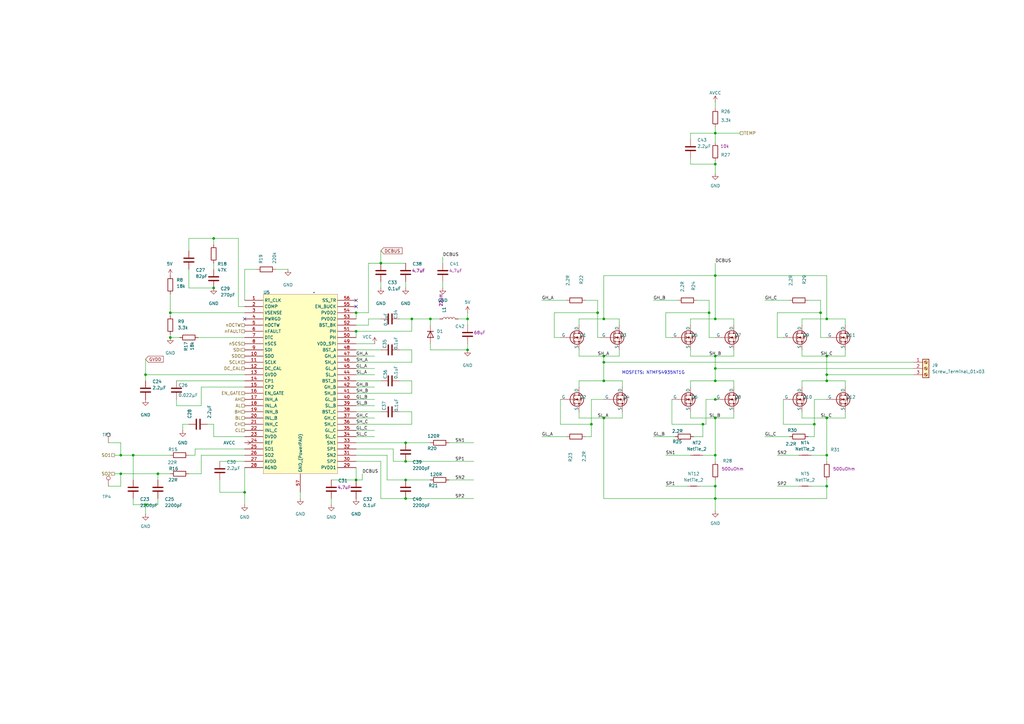
<source format=kicad_sch>
(kicad_sch (version 20231120) (generator "eeschema") (generator_version "8.0")
  (paper "A3")
  (junction (at 245.11 128.27))
  (junction (at 293.37 54.61))
  (junction (at 87.63 97.79))
  (junction (at 293.37 67.31))
  (junction (at 59.69 207.01))
  (junction (at 247.65 146.05))
  (junction (at 176.53 130.81))
  (junction (at 156.21 107.95))
  (junction (at 293.37 186.69))
  (junction (at 339.09 186.69))
  (junction (at 166.37 189.23))
  (junction (at 247.65 130.81))
  (junction (at 247.65 148.59))
  (junction (at 59.69 153.67))
  (junction (at 166.37 204.47))
  (junction (at 242.57 173.99))
  (junction (at 293.37 151.13))
  (junction (at 146.05 135.89))
  (junction (at 339.09 171.45))
  (junction (at 293.37 199.39))
  (junction (at 290.83 128.27))
  (junction (at 87.63 118.11))
  (junction (at 191.77 143.51))
  (junction (at 166.37 196.85))
  (junction (at 293.37 113.03))
  (junction (at 334.01 173.99))
  (junction (at 54.61 186.69))
  (junction (at 339.09 199.39))
  (junction (at 293.37 146.05))
  (junction (at 339.09 156.21))
  (junction (at 168.91 130.81))
  (junction (at 293.37 130.81))
  (junction (at 293.37 204.47))
  (junction (at 293.37 171.45))
  (junction (at 146.05 128.27))
  (junction (at 49.53 194.31))
  (junction (at 69.85 128.27))
  (junction (at 100.33 201.93))
  (junction (at 166.37 181.61))
  (junction (at 293.37 156.21))
  (junction (at 293.37 163.83))
  (junction (at 336.55 128.27))
  (junction (at 146.05 196.85))
  (junction (at 191.77 130.81))
  (junction (at 49.53 186.69))
  (junction (at 339.09 146.05))
  (junction (at 339.09 153.67))
  (junction (at 69.85 138.43))
  (junction (at 339.09 130.81))
  (junction (at 247.65 156.21))
  (junction (at 288.29 173.99))
  (junction (at 64.77 194.31))
  (junction (at 247.65 171.45))
  (no_connect (at 100.33 130.81))
  (no_connect (at 146.05 125.73))
  (no_connect (at 146.05 123.19))
  (wire (pts (xy 156.21 168.91) (xy 146.05 168.91)))
  (wire (pts (xy 300.99 130.81) (xy 300.99 133.35)))
  (wire (pts (xy 146.05 163.83) (xy 153.67 163.83)))
  (wire (pts (xy 346.71 130.81) (xy 346.71 133.35)))
  (wire (pts (xy 293.37 130.81) (xy 300.99 130.81)))
  (wire (pts (xy 158.75 196.85) (xy 166.37 196.85)))
  (wire (pts (xy 247.65 171.45) (xy 247.65 204.47)))
  (wire (pts (xy 247.65 204.47) (xy 293.37 204.47)))
  (wire (pts (xy 237.49 146.05) (xy 247.65 146.05)))
  (wire (pts (xy 273.05 186.69) (xy 283.21 186.69)))
  (wire (pts (xy 49.53 181.61) (xy 49.53 186.69)))
  (wire (pts (xy 293.37 151.13) (xy 293.37 156.21)))
  (wire (pts (xy 245.11 128.27) (xy 227.33 128.27)))
  (wire (pts (xy 328.93 168.91) (xy 328.93 171.45)))
  (wire (pts (xy 339.09 113.03) (xy 339.09 130.81)))
  (wire (pts (xy 100.33 123.19) (xy 100.33 110.49)))
  (wire (pts (xy 336.55 128.27) (xy 318.77 128.27)))
  (wire (pts (xy 168.91 148.59) (xy 146.05 148.59)))
  (wire (pts (xy 318.77 128.27) (xy 318.77 138.43)))
  (wire (pts (xy 166.37 204.47) (xy 194.31 204.47)))
  (wire (pts (xy 191.77 143.51) (xy 176.53 143.51)))
  (wire (pts (xy 275.59 173.99) (xy 288.29 173.99)))
  (wire (pts (xy 300.99 171.45) (xy 300.99 168.91)))
  (wire (pts (xy 161.29 184.15) (xy 161.29 189.23)))
  (wire (pts (xy 100.33 179.07) (xy 87.63 179.07)))
  (wire (pts (xy 289.56 163.83) (xy 293.37 163.83)))
  (wire (pts (xy 293.37 113.03) (xy 293.37 107.95)))
  (wire (pts (xy 168.91 161.29) (xy 146.05 161.29)))
  (wire (pts (xy 328.93 158.75) (xy 328.93 156.21)))
  (wire (pts (xy 166.37 118.11) (xy 166.37 115.57)))
  (wire (pts (xy 146.05 184.15) (xy 161.29 184.15)))
  (wire (pts (xy 146.05 128.27) (xy 151.13 128.27)))
  (wire (pts (xy 135.89 204.47) (xy 135.89 207.01)))
  (wire (pts (xy 328.93 143.51) (xy 328.93 146.05)))
  (wire (pts (xy 255.27 171.45) (xy 255.27 168.91)))
  (wire (pts (xy 80.01 184.15) (xy 80.01 186.69)))
  (wire (pts (xy 163.83 168.91) (xy 168.91 168.91)))
  (wire (pts (xy 135.89 196.85) (xy 146.05 196.85)))
  (wire (pts (xy 293.37 146.05) (xy 300.99 146.05)))
  (wire (pts (xy 82.55 158.75) (xy 100.33 158.75)))
  (wire (pts (xy 87.63 97.79) (xy 87.63 100.33)))
  (wire (pts (xy 146.05 153.67) (xy 153.67 153.67)))
  (wire (pts (xy 318.77 199.39) (xy 327.66 199.39)))
  (wire (pts (xy 237.49 143.51) (xy 237.49 146.05)))
  (wire (pts (xy 245.11 138.43) (xy 245.11 128.27)))
  (wire (pts (xy 227.33 138.43) (xy 229.87 138.43)))
  (wire (pts (xy 156.21 107.95) (xy 166.37 107.95)))
  (wire (pts (xy 156.21 102.87) (xy 156.21 107.95)))
  (wire (pts (xy 247.65 146.05) (xy 247.65 148.59)))
  (wire (pts (xy 49.53 194.31) (xy 46.99 194.31)))
  (wire (pts (xy 246.38 138.43) (xy 245.11 138.43)))
  (wire (pts (xy 123.19 204.47) (xy 123.19 201.93)))
  (wire (pts (xy 229.87 173.99) (xy 242.57 173.99)))
  (wire (pts (xy 339.09 171.45) (xy 346.71 171.45)))
  (wire (pts (xy 240.03 179.07) (xy 242.57 179.07)))
  (wire (pts (xy 158.75 186.69) (xy 146.05 186.69)))
  (wire (pts (xy 168.91 130.81) (xy 176.53 130.81)))
  (wire (pts (xy 184.15 196.85) (xy 194.31 196.85)))
  (wire (pts (xy 44.45 181.61) (xy 49.53 181.61)))
  (wire (pts (xy 247.65 130.81) (xy 247.65 113.03)))
  (wire (pts (xy 69.85 138.43) (xy 73.66 138.43)))
  (wire (pts (xy 273.05 199.39) (xy 281.94 199.39)))
  (wire (pts (xy 54.61 186.69) (xy 69.85 186.69)))
  (wire (pts (xy 146.05 138.43) (xy 146.05 135.89)))
  (wire (pts (xy 151.13 130.81) (xy 156.21 130.81)))
  (wire (pts (xy 222.25 123.19) (xy 232.41 123.19)))
  (wire (pts (xy 293.37 113.03) (xy 293.37 130.81)))
  (wire (pts (xy 176.53 130.81) (xy 180.34 130.81)))
  (wire (pts (xy 77.47 97.79) (xy 77.47 102.87)))
  (wire (pts (xy 54.61 186.69) (xy 49.53 186.69)))
  (wire (pts (xy 64.77 194.31) (xy 69.85 194.31)))
  (wire (pts (xy 146.05 133.35) (xy 151.13 133.35)))
  (wire (pts (xy 254 130.81) (xy 254 133.35)))
  (wire (pts (xy 227.33 128.27) (xy 227.33 138.43)))
  (wire (pts (xy 290.83 123.19) (xy 290.83 128.27)))
  (wire (pts (xy 283.21 130.81) (xy 293.37 130.81)))
  (wire (pts (xy 146.05 166.37) (xy 153.67 166.37)))
  (wire (pts (xy 156.21 143.51) (xy 146.05 143.51)))
  (wire (pts (xy 100.33 125.73) (xy 97.79 125.73)))
  (wire (pts (xy 72.39 163.83) (xy 72.39 166.37)))
  (wire (pts (xy 300.99 146.05) (xy 300.99 143.51)))
  (wire (pts (xy 318.77 186.69) (xy 327.66 186.69)))
  (wire (pts (xy 255.27 156.21) (xy 255.27 158.75)))
  (wire (pts (xy 74.93 173.99) (xy 77.47 173.99)))
  (wire (pts (xy 293.37 138.43) (xy 290.83 138.43)))
  (wire (pts (xy 283.21 156.21) (xy 293.37 156.21)))
  (wire (pts (xy 300.99 156.21) (xy 300.99 158.75)))
  (wire (pts (xy 293.37 163.83) (xy 294.64 163.83)))
  (wire (pts (xy 100.33 110.49) (xy 105.41 110.49)))
  (wire (pts (xy 267.97 179.07) (xy 276.86 179.07)))
  (wire (pts (xy 100.33 201.93) (xy 100.33 207.01)))
  (wire (pts (xy 293.37 52.07) (xy 293.37 54.61)))
  (wire (pts (xy 336.55 123.19) (xy 336.55 128.27)))
  (wire (pts (xy 54.61 207.01) (xy 59.69 207.01)))
  (wire (pts (xy 247.65 148.59) (xy 247.65 156.21)))
  (wire (pts (xy 222.25 179.07) (xy 232.41 179.07)))
  (wire (pts (xy 168.91 143.51) (xy 168.91 148.59)))
  (wire (pts (xy 334.01 163.83) (xy 339.09 163.83)))
  (wire (pts (xy 69.85 128.27) (xy 69.85 129.54)))
  (wire (pts (xy 321.31 163.83) (xy 321.31 173.99)))
  (wire (pts (xy 151.13 128.27) (xy 151.13 107.95)))
  (wire (pts (xy 54.61 186.69) (xy 54.61 196.85)))
  (wire (pts (xy 87.63 97.79) (xy 97.79 97.79)))
  (wire (pts (xy 59.69 147.32) (xy 59.69 153.67)))
  (wire (pts (xy 283.21 143.51) (xy 283.21 146.05)))
  (wire (pts (xy 156.21 189.23) (xy 156.21 204.47)))
  (wire (pts (xy 161.29 189.23) (xy 166.37 189.23)))
  (wire (pts (xy 181.61 105.41) (xy 181.61 107.95)))
  (wire (pts (xy 339.09 138.43) (xy 336.55 138.43)))
  (wire (pts (xy 237.49 133.35) (xy 237.49 130.81)))
  (wire (pts (xy 81.28 138.43) (xy 100.33 138.43)))
  (wire (pts (xy 64.77 194.31) (xy 64.77 196.85)))
  (wire (pts (xy 148.59 194.31) (xy 148.59 196.85)))
  (wire (pts (xy 184.15 181.61) (xy 194.31 181.61)))
  (wire (pts (xy 332.74 199.39) (xy 339.09 199.39)))
  (wire (pts (xy 275.59 163.83) (xy 275.59 173.99)))
  (wire (pts (xy 191.77 130.81) (xy 191.77 133.35)))
  (wire (pts (xy 339.09 146.05) (xy 339.09 153.67)))
  (wire (pts (xy 82.55 166.37) (xy 82.55 158.75)))
  (wire (pts (xy 146.05 179.07) (xy 153.67 179.07)))
  (wire (pts (xy 54.61 207.01) (xy 54.61 204.47)))
  (wire (pts (xy 346.71 156.21) (xy 346.71 158.75)))
  (wire (pts (xy 237.49 158.75) (xy 237.49 156.21)))
  (wire (pts (xy 156.21 204.47) (xy 166.37 204.47)))
  (wire (pts (xy 64.77 204.47) (xy 64.77 207.01)))
  (wire (pts (xy 283.21 171.45) (xy 293.37 171.45)))
  (wire (pts (xy 77.47 97.79) (xy 87.63 97.79)))
  (wire (pts (xy 64.77 194.31) (xy 49.53 194.31)))
  (wire (pts (xy 59.69 207.01) (xy 64.77 207.01)))
  (wire (pts (xy 74.93 173.99) (xy 74.93 176.53)))
  (wire (pts (xy 247.65 113.03) (xy 293.37 113.03)))
  (wire (pts (xy 283.21 57.15) (xy 283.21 54.61)))
  (wire (pts (xy 293.37 209.55) (xy 293.37 204.47)))
  (wire (pts (xy 331.47 123.19) (xy 336.55 123.19)))
  (wire (pts (xy 242.57 163.83) (xy 247.65 163.83)))
  (wire (pts (xy 331.47 179.07) (xy 334.01 179.07)))
  (wire (pts (xy 273.05 138.43) (xy 275.59 138.43)))
  (wire (pts (xy 293.37 196.85) (xy 293.37 199.39)))
  (wire (pts (xy 247.65 146.05) (xy 254 146.05)))
  (wire (pts (xy 339.09 196.85) (xy 339.09 199.39)))
  (wire (pts (xy 146.05 130.81) (xy 146.05 128.27)))
  (wire (pts (xy 339.09 146.05) (xy 346.71 146.05)))
  (wire (pts (xy 283.21 67.31) (xy 283.21 64.77)))
  (wire (pts (xy 77.47 194.31) (xy 82.55 194.31)))
  (wire (pts (xy 293.37 204.47) (xy 339.09 204.47)))
  (wire (pts (xy 247.65 130.81) (xy 254 130.81)))
  (wire (pts (xy 321.31 173.99) (xy 334.01 173.99)))
  (wire (pts (xy 72.39 166.37) (xy 82.55 166.37)))
  (wire (pts (xy 168.91 135.89) (xy 168.91 130.81)))
  (wire (pts (xy 151.13 107.95) (xy 156.21 107.95)))
  (wire (pts (xy 113.03 110.49) (xy 118.11 110.49)))
  (wire (pts (xy 346.71 171.45) (xy 346.71 168.91)))
  (wire (pts (xy 87.63 107.95) (xy 87.63 110.49)))
  (wire (pts (xy 158.75 196.85) (xy 158.75 186.69)))
  (wire (pts (xy 293.37 171.45) (xy 293.37 186.69)))
  (wire (pts (xy 69.85 128.27) (xy 100.33 128.27)))
  (wire (pts (xy 339.09 130.81) (xy 346.71 130.81)))
  (wire (pts (xy 247.65 148.59) (xy 374.65 148.59)))
  (wire (pts (xy 44.45 199.39) (xy 49.53 199.39)))
  (wire (pts (xy 339.09 153.67) (xy 339.09 156.21)))
  (wire (pts (xy 293.37 199.39) (xy 293.37 204.47)))
  (wire (pts (xy 339.09 171.45) (xy 339.09 186.69)))
  (wire (pts (xy 332.74 186.69) (xy 339.09 186.69)))
  (wire (pts (xy 328.93 130.81) (xy 339.09 130.81)))
  (wire (pts (xy 283.21 168.91) (xy 283.21 171.45)))
  (wire (pts (xy 148.59 196.85) (xy 146.05 196.85)))
  (wire (pts (xy 287.02 199.39) (xy 293.37 199.39)))
  (wire (pts (xy 289.56 173.99) (xy 288.29 173.99)))
  (wire (pts (xy 293.37 113.03) (xy 339.09 113.03)))
  (wire (pts (xy 191.77 128.27) (xy 191.77 130.81)))
  (wire (pts (xy 69.85 137.16) (xy 69.85 138.43)))
  (wire (pts (xy 229.87 163.83) (xy 229.87 173.99)))
  (wire (pts (xy 339.09 186.69) (xy 339.09 189.23)))
  (wire (pts (xy 87.63 173.99) (xy 85.09 173.99)))
  (wire (pts (xy 290.83 138.43) (xy 290.83 128.27)))
  (wire (pts (xy 166.37 189.23) (xy 194.31 189.23)))
  (wire (pts (xy 146.05 181.61) (xy 166.37 181.61)))
  (wire (pts (xy 49.53 199.39) (xy 49.53 194.31)))
  (wire (pts (xy 273.05 128.27) (xy 273.05 138.43)))
  (wire (pts (xy 163.83 156.21) (xy 168.91 156.21)))
  (wire (pts (xy 288.29 186.69) (xy 293.37 186.69)))
  (wire (pts (xy 293.37 54.61) (xy 303.53 54.61)))
  (wire (pts (xy 334.01 179.07) (xy 334.01 173.99)))
  (wire (pts (xy 267.97 123.19) (xy 278.13 123.19)))
  (wire (pts (xy 328.93 146.05) (xy 339.09 146.05)))
  (wire (pts (xy 146.05 196.85) (xy 146.05 191.77)))
  (wire (pts (xy 290.83 128.27) (xy 273.05 128.27)))
  (wire (pts (xy 156.21 115.57) (xy 156.21 118.11)))
  (wire (pts (xy 240.03 123.19) (xy 245.11 123.19)))
  (wire (pts (xy 187.96 130.81) (xy 191.77 130.81)))
  (wire (pts (xy 293.37 41.91) (xy 293.37 44.45)))
  (wire (pts (xy 87.63 179.07) (xy 87.63 173.99)))
  (wire (pts (xy 283.21 133.35) (xy 283.21 130.81)))
  (wire (pts (xy 100.33 186.69) (xy 82.55 186.69)))
  (wire (pts (xy 313.69 179.07) (xy 323.85 179.07)))
  (wire (pts (xy 334.01 173.99) (xy 334.01 163.83)))
  (wire (pts (xy 336.55 138.43) (xy 336.55 128.27)))
  (wire (pts (xy 245.11 123.19) (xy 245.11 128.27)))
  (wire (pts (xy 191.77 143.51) (xy 191.77 140.97)))
  (wire (pts (xy 59.69 156.21) (xy 59.69 153.67)))
  (wire (pts (xy 284.48 179.07) (xy 288.29 179.07)))
  (wire (pts (xy 237.49 156.21) (xy 247.65 156.21)))
  (wire (pts (xy 49.53 186.69) (xy 46.99 186.69)))
  (wire (pts (xy 293.37 54.61) (xy 293.37 58.42)))
  (wire (pts (xy 146.05 189.23) (xy 156.21 189.23)))
  (wire (pts (xy 100.33 156.21) (xy 72.39 156.21)))
  (wire (pts (xy 151.13 133.35) (xy 151.13 130.81)))
  (wire (pts (xy 237.49 168.91) (xy 237.49 171.45)))
  (wire (pts (xy 77.47 186.69) (xy 80.01 186.69)))
  (wire (pts (xy 146.05 176.53) (xy 153.67 176.53)))
  (wire (pts (xy 242.57 173.99) (xy 242.57 163.83)))
  (wire (pts (xy 293.37 66.04) (xy 293.37 67.31)))
  (wire (pts (xy 77.47 118.11) (xy 77.47 110.49)))
  (wire (pts (xy 237.49 171.45) (xy 247.65 171.45)))
  (wire (pts (xy 293.37 156.21) (xy 300.99 156.21)))
  (wire (pts (xy 283.21 54.61) (xy 293.37 54.61)))
  (wire (pts (xy 318.77 138.43) (xy 321.31 138.43)))
  (wire (pts (xy 293.37 171.45) (xy 300.99 171.45)))
  (wire (pts (xy 328.93 156.21) (xy 339.09 156.21)))
  (wire (pts (xy 176.53 130.81) (xy 176.53 133.35)))
  (wire (pts (xy 283.21 146.05) (xy 293.37 146.05)))
  (wire (pts (xy 346.71 146.05) (xy 346.71 143.51)))
  (wire (pts (xy 82.55 186.69) (xy 82.55 194.31)))
  (wire (pts (xy 163.83 130.81) (xy 168.91 130.81)))
  (wire (pts (xy 168.91 168.91) (xy 168.91 173.99)))
  (wire (pts (xy 146.05 151.13) (xy 153.67 151.13)))
  (wire (pts (xy 254 146.05) (xy 254 143.51)))
  (wire (pts (xy 163.83 143.51) (xy 168.91 143.51)))
  (wire (pts (xy 288.29 179.07) (xy 288.29 173.99)))
  (wire (pts (xy 328.93 133.35) (xy 328.93 130.81)))
  (wire (pts (xy 69.85 120.65) (xy 69.85 128.27)))
  (wire (pts (xy 87.63 118.11) (xy 77.47 118.11)))
  (wire (pts (xy 285.75 123.19) (xy 290.83 123.19)))
  (wire (pts (xy 100.33 184.15) (xy 80.01 184.15)))
  (wire (pts (xy 146.05 135.89) (xy 168.91 135.89)))
  (wire (pts (xy 59.69 207.01) (xy 59.69 210.82)))
  (wire (pts (xy 247.65 156.21) (xy 255.27 156.21)))
  (wire (pts (xy 168.91 156.21) (xy 168.91 161.29)))
  (wire (pts (xy 166.37 181.61) (xy 176.53 181.61)))
  (wire (pts (xy 289.56 173.99) (xy 289.56 163.83)))
  (wire (pts (xy 100.33 191.77) (xy 100.33 201.93)))
  (wire (pts (xy 339.09 156.21) (xy 346.71 156.21)))
  (wire (pts (xy 247.65 171.45) (xy 255.27 171.45)))
  (wire (pts (xy 313.69 123.19) (xy 323.85 123.19)))
  (wire (pts (xy 97.79 125.73) (xy 97.79 97.79)))
  (wire (pts (xy 339.09 153.67) (xy 374.65 153.67)))
  (wire (pts (xy 59.69 153.67) (xy 100.33 153.67)))
  (wire (pts (xy 339.09 199.39) (xy 339.09 204.47)))
  (wire (pts (xy 90.17 189.23) (xy 100.33 189.23)))
  (wire (pts (xy 328.93 171.45) (xy 339.09 171.45)))
  (wire (pts (xy 90.17 196.85) (xy 90.17 201.93)))
  (wire (pts (xy 146.05 158.75) (xy 153.67 158.75)))
  (wire (pts (xy 293.37 151.13) (xy 374.65 151.13)))
  (wire (pts (xy 293.37 67.31) (xy 293.37 71.12)))
  (wire (pts (xy 181.61 115.57) (xy 181.61 118.11)))
  (wire (pts (xy 293.37 186.69) (xy 293.37 189.23)))
  (wire (pts (xy 146.05 146.05) (xy 153.67 146.05)))
  (wire (pts (xy 293.37 146.05) (xy 293.37 151.13)))
  (wire (pts (xy 166.37 196.85) (xy 176.53 196.85)))
  (wire (pts (xy 153.67 140.97) (xy 146.05 140.97)))
  (wire (pts (xy 156.21 156.21) (xy 146.05 156.21)))
  (wire (pts (xy 168.91 173.99) (xy 146.05 173.99)))
  (wire (pts (xy 283.21 158.75) (xy 283.21 156.21)))
  (wire (pts (xy 293.37 67.31) (xy 283.21 67.31)))
  (wire (pts (xy 237.49 130.81) (xy 247.65 130.81)))
  (wire (pts (xy 176.53 140.97) (xy 176.53 143.51)))
  (wire (pts (xy 242.57 173.99) (xy 242.57 179.07)))
  (wire (pts (xy 146.05 171.45) (xy 153.67 171.45)))
  (wire (pts (xy 90.17 201.93) (xy 100.33 201.93)))
  (text "MOSFETS: NTMFS4935NT1G" (at 267.97 153.67 0) (effects (font (size 1.27 1.27)) (justify bottom)))
  (label "SH_C" (at 336.55 146.05 0))
  (label "SP2" (at 186.69 204.47 0))
  (label "GL_C" (at 146.05 176.53 0))
  (label "SP2" (at 318.77 199.39 0))
  (label "GH_C" (at 313.69 123.19 0))
  (label "SP1" (at 186.69 189.23 0))
  (label "SN1" (at 186.69 181.61 0))
  (label "GL_B" (at 267.97 179.07 0))
  (label "SL_A" (at 146.05 153.67 0))
  (label "SP1" (at 273.05 199.39 0))
  (label "SL_C" (at 146.05 179.07 0))
  (label "SN2" (at 186.69 196.85 0))
  (label "GL_A" (at 146.05 151.13 0))
  (label "SL_B" (at 146.05 166.37 0))
  (label "GH_B" (at 146.05 158.75 0))
  (label "SH_B" (at 146.05 161.29 0))
  (label "SL_B" (at 290.83 171.45 0))
  (label "SN1" (at 273.05 186.69 0))
  (label "GL_A" (at 222.25 179.07 0))
  (label "DCBUS" (at 148.59 194.31 0))
  (label "GH_A" (at 146.05 146.05 0))
  (label "GH_C" (at 146.05 171.45 0))
  (label "SH_A" (at 146.05 148.59 0))
  (label "GH_B" (at 267.97 123.19 0))
  (label "GL_C" (at 313.69 179.07 0))
  (label "DCBUS" (at 293.37 107.95 0))
  (label "SL_A" (at 245.11 171.45 0))
  (label "SH_B" (at 290.83 146.05 0))
  (label "GH_A" (at 222.25 123.19 0))
  (label "SN2" (at 318.77 186.69 0))
  (label "SH_C" (at 146.05 173.99 0))
  (label "DCBUS" (at 181.61 105.41 0))
  (label "GL_B" (at 146.05 163.83 0))
  (label "SH_A" (at 245.11 146.05 0))
  (label "SL_C" (at 336.55 171.45 0))
  (global_label "GVDD" (shape input) (at 59.69 147.32 0) (property "Intersheetrefs" "${INTERSHEET_REFS}" (effects (hide yes))))
  (global_label "DCBUS" (shape input) (at 156.21 102.87 0) (property "Intersheetrefs" "${INTERSHEET_REFS}" (effects (hide yes))))
  (hierarchical_label "BL" (shape passive) (at 100.33 171.45 180))
  (hierarchical_label "CL" (shape passive) (at 100.33 176.53 180))
  (hierarchical_label "nOCTW" (shape passive) (at 100.33 133.35 180))
  (hierarchical_label "AH" (shape passive) (at 100.33 163.83 180))
  (hierarchical_label "SDI" (shape passive) (at 100.33 143.51 180))
  (hierarchical_label "SDO" (shape passive) (at 100.33 146.05 180))
  (hierarchical_label "BH" (shape passive) (at 100.33 168.91 180))
  (hierarchical_label "nSCS" (shape passive) (at 100.33 140.97 180))
  (hierarchical_label "nFAULT" (shape passive) (at 100.33 135.89 180))
  (hierarchical_label "TEMP" (shape passive) (at 303.53 54.61 0))
  (hierarchical_label "SO2" (shape passive) (at 46.99 194.31 180))
  (hierarchical_label "SCLK" (shape passive) (at 100.33 148.59 180))
  (hierarchical_label "DC_CAL" (shape passive) (at 100.33 151.13 180))
  (hierarchical_label "CH" (shape passive) (at 100.33 173.99 180))
  (hierarchical_label "SO1" (shape passive) (at 46.99 186.69 180))
  (hierarchical_label "AL" (shape passive) (at 100.33 166.37 180))
  (hierarchical_label "EN_GATE" (shape passive) (at 100.33 161.29 180))
  (symbol (lib_id "power:GND") (at 166.37 118.11 0) (unit 1)
    (property "Reference" "#PWR058" (effects (hide yes)))
    (property "Value" "GND" (at 166.37 124.46 0))
  )
  (symbol (lib_id "Device:R") (at 73.66 186.69 90) (unit 1)
    (property "Reference" "R15" (at 72.898 183.642 90) (effects (justify left bottom)))
    (property "Value" "22R" (at 72.644 188.976 90) (effects (justify left bottom)))
    (property "Footprint" "Resistor_SMD:R_0603_1608Metric" (effects (hide yes)))
    (property "Description" "RES SMD 22 OHM 1% 1/10W 0603" (effects (hide yes)))
    (property "SUPPLIER 1" "Digi-Key" (effects (hide yes)))
    (property "SUPPLIER PART NUMBER 1" "311-22.0HRCT-ND" (effects (hide yes)))
    (property "MANUFACTURER" "Yageo" (effects (hide yes)))
    (property "MANUFACTURER PART NUMBER" "RC0603FR-0722RL" (effects (hide yes)))
    (property "ROHS" "RoHS Compliant" (effects (hide yes)))
    (property "CATEGORY" "Resistors" (effects (hide yes)))
    (property "STOCK 1" "575303" (effects (hide yes)))
    (property "PRICING 1" "1=0.1, 10=0.014, 25=0.01, 100=0.0057, 250=0.00436, 500=0.00348, 1000=0.00257, 2500=0.00223 (USD)" (effects (hide yes)))
    (property "PACKAGING" "Cut Tape (CT)" (effects (hide yes)))
    (property "RESISTANCE (OHMS)" "22" (effects (hide yes)))
    (property "TOLERANCE" "±1%" (effects (hide yes)))
    (property "POWER (WATTS)" "0.1W, 1/10W" (effects (hide yes)))
    (property "COMPOSITION" "Thick Film" (effects (hide yes)))
    (property "FEATURES" "Moisture Resistant" (effects (hide yes)))
    (property "TEMPERATURE COEFFICIENT" "±100ppm/°C" (effects (hide yes)))
    (property "OPERATING TEMPERATURE" "-55°C ~ 155°C" (effects (hide yes)))
    (property "PACKAGE / CASE" "0603 (1608 Metric)" (effects (hide yes)))
    (property "SUPPLIER DEVICE PACKAGE" "0603" (effects (hide yes)))
    (property "SIZE / DIMENSION" "0.063\" L x 0.031\" W (1.60mm x 0.80mm)" (effects (hide yes)))
    (property "HEIGHT" "0.022\" (0.55mm)" (effects (hide yes)))
    (property "NUMBER OF TERMINATIONS" "2" (effects (hide yes)))
    (property "COMPONENTLINK1URL" "http://www.yageo.com/documents/recent/PYu-RC_Group_51_RoHS_L_04.pdf" (effects (hide yes)))
    (property "COMPONENTLINK1DESCRIPTION" "http://www.yageo.com/documents/recent/PYu-RC_Group_51_RoHS_L_04.pdf" (effects (hide yes)))
  )
  (symbol (lib_id "Device:R") (at 280.67 179.07 270) (unit 1)
    (property "Reference" "R25" (at 275.844 181.864 90) (effects (justify left bottom)))
    (property "Value" "2.2R" (at 275.59 177.546 90) (effects (justify left bottom)))
    (property "Footprint" "Resistor_SMD:R_0603_1608Metric" (effects (hide yes)))
    (property "Description" "RES SMD 2.2 OHM 1% 1/10W 0603" (effects (hide yes)))
    (property "SUPPLIER 1" "Digi-Key" (effects (hide yes)))
    (property "SUPPLIER PART NUMBER 1" "311-2.2HRCT-ND" (effects (hide yes)))
    (property "MANUFACTURER" "Yageo" (effects (hide yes)))
    (property "MANUFACTURER PART NUMBER" "RC0603FR-072R2L" (effects (hide yes)))
    (property "ROHS" "RoHS Compliant" (effects (hide yes)))
    (property "CATEGORY" "Resistors" (effects (hide yes)))
    (property "STOCK 1" "16531" (effects (hide yes)))
    (property "PRICING 1" "1=0.1, 10=0.02, 25=0.0144, 100=0.0082, 250=0.00624, 500=0.00498, 1000=0.00367, 2500=0.00319 (USD)" (effects (hide yes)))
    (property "PACKAGING" "Cut Tape (CT)" (effects (hide yes)))
    (property "RESISTANCE (OHMS)" "2.2" (effects (hide yes)))
    (property "TOLERANCE" "±1%" (effects (hide yes)))
    (property "POWER (WATTS)" "0.1W, 1/10W" (effects (hide yes)))
    (property "COMPOSITION" "Thick Film" (effects (hide yes)))
    (property "FEATURES" "Moisture Resistant" (effects (hide yes)))
    (property "TEMPERATURE COEFFICIENT" "±200ppm/°C" (effects (hide yes)))
    (property "OPERATING TEMPERATURE" "-55°C ~ 155°C" (effects (hide yes)))
    (property "PACKAGE / CASE" "0603 (1608 Metric)" (effects (hide yes)))
    (property "SUPPLIER DEVICE PACKAGE" "0603" (effects (hide yes)))
    (property "SIZE / DIMENSION" "0.063\" L x 0.031\" W (1.60mm x 0.80mm)" (effects (hide yes)))
    (property "HEIGHT" "0.022\" (0.55mm)" (effects (hide yes)))
    (property "NUMBER OF TERMINATIONS" "2" (effects (hide yes)))
    (property "COMPONENTLINK1URL" "http://www.yageo.com/documents/recent/PYu-RC_Group_51_RoHS_L_04.pdf" (effects (hide yes)))
    (property "COMPONENTLINK1DESCRIPTION" "http://www.yageo.com/documents/recent/PYu-RC_Group_51_RoHS_L_04.pdf" (effects (hide yes)))
  )
  (symbol (lib_id "Device:NetTie_2") (at 330.2 199.39 0) (unit 1) (in_bom no)
    (property "Reference" "NT5" (at 330.2 194.31 0))
    (property "Value" "NetTie_2" (at 330.2 196.85 0))
    (property "Footprint" "NetTie:NetTie-2_SMD_Pad0.5mm" (effects (hide yes)))
    (property "Description" "Net tie, 2 pins" (effects (hide yes)))
  )
  (symbol (lib_id "Device:C") (at 77.47 106.68 0) (unit 1)
    (property "Reference" "C27" (at 80.264 111.506 0) (effects (justify left bottom)))
    (property "Value" "${CAPACITANCE}" (at 80.264 114.046 0) (effects (justify left bottom)))
    (property "Footprint" "Capacitor_SMD:C_0603_1608Metric" (effects (hide yes)))
    (property "Description" "CAP CER 82PF 100V NP0 0603" (effects (hide yes)))
    (property "SUPPLIER 1" "Digi-Key" (effects (hide yes)))
    (property "SUPPLIER PART NUMBER 1" "490-1349-1-ND" (effects (hide yes)))
    (property "MANUFACTURER" "Murata Electronics North America" (effects (hide yes)))
    (property "MANUFACTURER PART NUMBER" "GRM1885C2A820JA01D" (effects (hide yes)))
    (property "ROHS" "RoHS Compliant" (effects (hide yes)))
    (property "CATEGORY" "Capacitors" (effects (hide yes)))
    (property "STOCK 1" "58970" (effects (hide yes)))
    (property "PRICING 1" "1=0.1, 10=0.052, 50=0.028, 100=0.0237, 250=0.01936, 500=0.01656, 1000=0.0129 (USD)" (effects (hide yes)))
    (property "PACKAGING" "Cut Tape (CT)" (effects (hide yes)))
    (property "CAPACITANCE" "82pF" (effects (hide yes)))
    (property "TOLERANCE" "±5%" (effects (hide yes)))
    (property "VOLTAGE - RATED" "100V" (effects (hide yes)))
    (property "TEMPERATURE COEFFICIENT" "C0G, NP0" (effects (hide yes)))
    (property "MOUNTING TYPE" "Surface Mount, MLCC" (effects (hide yes)))
    (property "OPERATING TEMPERATURE" "-55°C ~ 125°C" (effects (hide yes)))
    (property "APPLICATIONS" "General Purpose" (effects (hide yes)))
    (property "RATINGS" "-" (effects (hide yes)))
    (property "PACKAGE / CASE" "0603 (1608 Metric)" (effects (hide yes)))
    (property "SIZE / DIMENSION" "0.063\" L x 0.031\" W (1.60mm x 0.80mm)" (effects (hide yes)))
    (property "HEIGHT - SEATED (MAX)" "-" (effects (hide yes)))
    (property "THICKNESS (MAX)" "0.035\" (0.90mm)" (effects (hide yes)))
    (property "LEAD SPACING" "-" (effects (hide yes)))
    (property "FEATURES" "-" (effects (hide yes)))
    (property "LEAD STYLE" "-" (effects (hide yes)))
    (property "COMPONENTLINK1URL" "http://www.murata.com/~/media/webrenewal/support/library/catalog/products/capacitor/mlcc/c02e.pdf" (effects (hide yes)))
    (property "COMPONENTLINK1DESCRIPTION" "http://www.murata.com/~/media/webrenewal/support/library/catalog/products/capacitor/mlcc/c02e.pdf" (effects (hide yes)))
  )
  (symbol (lib_id "CustomNMOS:NMOS_1") (at 252.73 163.83 0) (unit 1)
    (property "Reference" "Q4" (at 255.524 163.576 0) (effects (justify left bottom)))
    (property "Footprint" "Package_SO:ONSemi_SO-8FL_488AA" (effects (hide yes)))
    (property "Datasheet" "https://ngspice.sourceforge.io/docs/ngspice-html-manual/manual.xhtml#cha_MOSFETs" (effects (hide yes)))
    (property "Description" "MOSFET N-CH 30V 13A SO8FL" (effects (hide yes)))
    (property "SUPPLIER 1" "Digi-Key" (effects (hide yes)))
    (property "SUPPLIER PART NUMBER 1" "NTMFS4935NT1GOSCT-ND" (effects (hide yes)))
    (property "MANUFACTURER" "ON Semiconductor" (effects (hide yes)))
    (property "ROHS" "RoHS Compliant" (effects (hide yes)))
    (property "CATEGORY" "Discrete Semiconductor Products" (effects (hide yes)))
    (property "STOCK 1" "932" (effects (hide yes)))
    (property "PRICING 1" "1=0.61, 10=0.541, 100=0.4145, 500=0.3277 (USD)" (effects (hide yes)))
    (property "PACKAGING" "Cut Tape (CT)" (effects (hide yes)))
    (property "PART STATUS" "Active" (effects (hide yes)))
    (property "FET TYPE" "N-Channel" (effects (hide yes)))
    (property "TECHNOLOGY" "MOSFET (Metal Oxide)" (effects (hide yes)))
    (property "DRAIN TO SOURCE VOLTAGE (VDSS)" "30V" (effects (hide yes)))
    (property "CURRENT - CONTINUOUS DRAIN (ID) @ 25°C" "13A (Ta), 93A (Tc)" (effects (hide yes)))
    (property "DRIVE VOLTAGE (MAX RDS ON,  MIN RDS ON)" "4.5V, 10V" (effects (hide yes)))
    (property "VGS(TH) (MAX) @ ID" "2.2V @ 250µA" (effects (hide yes)))
    (property "GATE CHARGE (QG) (MAX) @ VGS" "49.4nC @ 10V" (effects (hide yes)))
    (property "INPUT CAPACITANCE (CISS) (MAX) @ VDS" "4850pF @ 15V" (effects (hide yes)))
    (property "VGS (MAX)" "±20V" (effects (hide yes)))
    (property "FET FEATURE" "-" (effects (hide yes)))
    (property "POWER DISSIPATION (MAX)" "930mW (Ta), 48W (Tc)" (effects (hide yes)))
    (property "RDS ON (MAX) @ ID, VGS" "3.2 mOhm @ 30A, 10V" (effects (hide yes)))
    (property "OPERATING TEMPERATURE" "-55°C ~ 150°C (TJ)" (effects (hide yes)))
    (property "MOUNTING TYPE" "Surface Mount" (effects (hide yes)))
    (property "SUPPLIER DEVICE PACKAGE" "5-DFN (5x6) (8-SOFL)" (effects (hide yes)))
    (property "PACKAGE / CASE" "8-PowerTDFN, 5 Leads" (effects (hide yes)))
    (property "COMPONENTLINK1URL" "http://www.onsemi.com/pub_link/Collateral/NTMFS4935N-D.PDF" (effects (hide yes)))
    (property "COMPONENTLINK1DESCRIPTION" "http://www.onsemi.com/pub_link/Collateral/NTMFS4935N-D.PDF" (effects (hide yes)))
    (property "MANUFACTURER PART NUMBER" "NTMFS4935NT1G" (effects (hide yes)))
    (property "Sim.Device" "NMOS" (effects (hide yes)))
    (property "Sim.Type" "VDMOS" (effects (hide yes)))
    (property "Sim.Pins" "1=D 2=G 3=S" (effects (hide yes)))
  )
  (symbol (lib_id "power:VCC") (at 293.37 41.91 0) (unit 1)
    (property "Reference" "#PWR063" (effects (hide yes)))
    (property "Value" "AVCC" (at 293.37 38.1 0))
  )
  (symbol (lib_id "Device:R") (at 327.66 179.07 90) (unit 1)
    (property "Reference" "R30" (at 326.898 175.768 90) (effects (justify left bottom)))
    (property "Value" "2.2R" (at 326.644 181.356 90) (effects (justify left bottom)))
    (property "Footprint" "Resistor_SMD:R_0603_1608Metric" (effects (hide yes)))
    (property "Description" "RES SMD 2.2 OHM 1% 1/10W 0603" (effects (hide yes)))
    (property "SUPPLIER 1" "Digi-Key" (effects (hide yes)))
    (property "SUPPLIER PART NUMBER 1" "311-2.2HRCT-ND" (effects (hide yes)))
    (property "MANUFACTURER" "Yageo" (effects (hide yes)))
    (property "MANUFACTURER PART NUMBER" "RC0603FR-072R2L" (effects (hide yes)))
    (property "ROHS" "RoHS Compliant" (effects (hide yes)))
    (property "CATEGORY" "Resistors" (effects (hide yes)))
    (property "STOCK 1" "16531" (effects (hide yes)))
    (property "PRICING 1" "1=0.1, 10=0.02, 25=0.0144, 100=0.0082, 250=0.00624, 500=0.00498, 1000=0.00367, 2500=0.00319 (USD)" (effects (hide yes)))
    (property "PACKAGING" "Cut Tape (CT)" (effects (hide yes)))
    (property "RESISTANCE (OHMS)" "2.2" (effects (hide yes)))
    (property "TOLERANCE" "±1%" (effects (hide yes)))
    (property "POWER (WATTS)" "0.1W, 1/10W" (effects (hide yes)))
    (property "COMPOSITION" "Thick Film" (effects (hide yes)))
    (property "FEATURES" "Moisture Resistant" (effects (hide yes)))
    (property "TEMPERATURE COEFFICIENT" "±200ppm/°C" (effects (hide yes)))
    (property "OPERATING TEMPERATURE" "-55°C ~ 155°C" (effects (hide yes)))
    (property "PACKAGE / CASE" "0603 (1608 Metric)" (effects (hide yes)))
    (property "SUPPLIER DEVICE PACKAGE" "0603" (effects (hide yes)))
    (property "SIZE / DIMENSION" "0.063\" L x 0.031\" W (1.60mm x 0.80mm)" (effects (hide yes)))
    (property "HEIGHT" "0.022\" (0.55mm)" (effects (hide yes)))
    (property "NUMBER OF TERMINATIONS" "2" (effects (hide yes)))
    (property "COMPONENTLINK1URL" "http://www.yageo.com/documents/recent/PYu-RC_Group_51_RoHS_L_04.pdf" (effects (hide yes)))
    (property "COMPONENTLINK1DESCRIPTION" "http://www.yageo.com/documents/recent/PYu-RC_Group_51_RoHS_L_04.pdf" (effects (hide yes)))
  )
  (symbol (lib_id "Device:R") (at 293.37 193.04 0) (unit 1)
    (property "Reference" "R28" (at 296.418 189.738 0) (effects (justify left bottom)))
    (property "Value" "500uOhm" (effects (hide yes)))
    (property "Footprint" "Resistor_SMD:R_2512_6332Metric" (effects (hide yes)))
    (property "Description" "RES SMD 0.0005 OHM 1% 3W 2512" (effects (hide yes)))
    (property "ALTIUM_VALUE" "500uOhm" (at 295.91 193.04 0) (effects (justify left bottom)))
    (property "SUPPLIER 1" "Digi-Key" (effects (hide yes)))
    (property "SUPPLIER PART NUMBER 1" "696-1183-2-ND" (effects (hide yes)))
    (property "MANUFACTURER" "Riedon" (effects (hide yes)))
    (property "ROHS" "RoHS Compliant" (effects (hide yes)))
    (property "CATEGORY" "Resistors" (effects (hide yes)))
    (property "STOCK" "2000" (effects (hide yes)))
    (property "PRICING 1" "2000=0.19817, 6000=0.1937, 10000=0.187, 50000=0.18148 (USD)" (effects (hide yes)))
    (property "PACKAGING" "Tape & Reel (TR)" (effects (hide yes)))
    (property "PART STATUS" "Active" (effects (hide yes)))
    (property "TOLERANCE" "±1%" (effects (hide yes)))
    (property "POWER (WATTS)" "3W" (effects (hide yes)))
    (property "COMPOSITION" "Metal Element" (effects (hide yes)))
    (property "FEATURES" "Current Sense" (effects (hide yes)))
    (property "TEMPERATURE COEFFICIENT" "±100ppm/°C" (effects (hide yes)))
    (property "OPERATING TEMPERATURE" "-55°C ~ 170°C" (effects (hide yes)))
    (property "PACKAGE / CASE" "2512 (6432 Metric)" (effects (hide yes)))
    (property "SUPPLIER DEVICE PACKAGE" "2512" (effects (hide yes)))
    (property "SIZE / DIMENSION" "0.250\" L x 0.118\" W (6.35mm x 3.00mm)" (effects (hide yes)))
    (property "HEIGHT - SEATED (MAX)" "0.057\" (1.45mm)" (effects (hide yes)))
    (property "FAILURE RATE" "-" (effects (hide yes)))
    (property "COMPONENTLINK1URL" "http://riedon.com/media/pdf/CSR.pdf" (effects (hide yes)))
    (property "COMPONENTLINK1DESCRIPTION" "http://riedon.com/media/pdf/CSR.pdf" (effects (hide yes)))
    (property "SUPPLIER 2" "Digi-Key" (effects (hide yes)))
    (property "SUPPLIER PART NUMBER 2" "696-1183-1-ND" (effects (hide yes)))
    (property "PRICING 2" "1=0.69, 10=0.574, 25=0.4916, 50=0.4426, 100=0.3852, 250=0.3442, 500=0.27864, 1000=0.22536 (USD)" (effects (hide yes)))
    (property "MANUFACTURER PART NUMBER" "CSR2512C0R0005F" (effects (hide yes)))
  )
  (symbol (lib_id "CustomNMOS:NMOS_1") (at 344.17 138.43 0) (unit 1)
    (property "Reference" "Q11" (at 346.964 138.176 0) (effects (justify left bottom)))
    (property "Value" "FILL_FOOTPRINT" (effects (hide yes)))
    (property "Footprint" "Package_SO:ONSemi_SO-8FL_488AA" (effects (hide yes)))
    (property "Description" "MOSFET N-CH 30V 13A SO8FL" (effects (hide yes)))
    (property "SUPPLIER 1" "Digi-Key" (effects (hide yes)))
    (property "SUPPLIER PART NUMBER 1" "NTMFS4935NT1GOSCT-ND" (effects (hide yes)))
    (property "MANUFACTURER" "ON Semiconductor" (effects (hide yes)))
    (property "ROHS" "RoHS Compliant" (effects (hide yes)))
    (property "CATEGORY" "Discrete Semiconductor Products" (effects (hide yes)))
    (property "STOCK 1" "932" (effects (hide yes)))
    (property "PRICING 1" "1=0.61, 10=0.541, 100=0.4145, 500=0.3277 (USD)" (effects (hide yes)))
    (property "PACKAGING" "Cut Tape (CT)" (effects (hide yes)))
    (property "PART STATUS" "Active" (effects (hide yes)))
    (property "FET TYPE" "N-Channel" (effects (hide yes)))
    (property "TECHNOLOGY" "MOSFET (Metal Oxide)" (effects (hide yes)))
    (property "DRAIN TO SOURCE VOLTAGE (VDSS)" "30V" (effects (hide yes)))
    (property "CURRENT - CONTINUOUS DRAIN (ID) @ 25°C" "13A (Ta), 93A (Tc)" (effects (hide yes)))
    (property "DRIVE VOLTAGE (MAX RDS ON,  MIN RDS ON)" "4.5V, 10V" (effects (hide yes)))
    (property "VGS(TH) (MAX) @ ID" "2.2V @ 250µA" (effects (hide yes)))
    (property "GATE CHARGE (QG) (MAX) @ VGS" "49.4nC @ 10V" (effects (hide yes)))
    (property "INPUT CAPACITANCE (CISS) (MAX) @ VDS" "4850pF @ 15V" (effects (hide yes)))
    (property "VGS (MAX)" "±20V" (effects (hide yes)))
    (property "FET FEATURE" "-" (effects (hide yes)))
    (property "POWER DISSIPATION (MAX)" "930mW (Ta), 48W (Tc)" (effects (hide yes)))
    (property "RDS ON (MAX) @ ID, VGS" "3.2 mOhm @ 30A, 10V" (effects (hide yes)))
    (property "OPERATING TEMPERATURE" "-55°C ~ 150°C (TJ)" (effects (hide yes)))
    (property "MOUNTING TYPE" "Surface Mount" (effects (hide yes)))
    (property "SUPPLIER DEVICE PACKAGE" "5-DFN (5x6) (8-SOFL)" (effects (hide yes)))
    (property "PACKAGE / CASE" "8-PowerTDFN, 5 Leads" (effects (hide yes)))
    (property "COMPONENTLINK1URL" "http://www.onsemi.com/pub_link/Collateral/NTMFS4935N-D.PDF" (effects (hide yes)))
    (property "COMPONENTLINK1DESCRIPTION" "http://www.onsemi.com/pub_link/Collateral/NTMFS4935N-D.PDF" (effects (hide yes)))
    (property "MANUFACTURER PART NUMBER" "NTMFS4935NT1G" (effects (hide yes)))
  )
  (symbol (lib_id "Device:C") (at 90.17 193.04 0) (unit 1)
    (property "Reference" "C30" (at 92.964 190.246 0) (effects (justify left bottom)))
    (property "Value" "${CAPACITANCE}" (at 92.964 192.786 0) (effects (justify left bottom)))
    (property "Footprint" "Capacitor_SMD:C_0603_1608Metric" (effects (hide yes)))
    (property "Description" "CAP CER 2.2UF 16V X5R 0603" (effects (hide yes)))
    (property "SUPPLIER 1" "Digi-Key" (effects (hide yes)))
    (property "SUPPLIER PART NUMBER 1" "490-3296-1-ND" (effects (hide yes)))
    (property "MANUFACTURER" "Murata Electronics North America" (effects (hide yes)))
    (property "MANUFACTURER PART NUMBER" "GRM188R61C225KE15D" (effects (hide yes)))
    (property "ROHS" "RoHS Compliant" (effects (hide yes)))
    (property "CATEGORY" "Capacitors" (effects (hide yes)))
    (property "STOCK 1" "1255740" (effects (hide yes)))
    (property "PRICING 1" "1=0.12, 10=0.08, 50=0.046, 100=0.038, 250=0.032, 500=0.0268, 1000=0.022 (USD)" (effects (hide yes)))
    (property "PACKAGING" "Cut Tape (CT)" (effects (hide yes)))
    (property "CAPACITANCE" "2.2µF" (effects (hide yes)))
    (property "TOLERANCE" "±10%" (effects (hide yes)))
    (property "VOLTAGE - RATED" "16V" (effects (hide yes)))
    (property "TEMPERATURE COEFFICIENT" "X5R" (effects (hide yes)))
    (property "MOUNTING TYPE" "Surface Mount, MLCC" (effects (hide yes)))
    (property "OPERATING TEMPERATURE" "-55°C ~ 85°C" (effects (hide yes)))
    (property "APPLICATIONS" "General Purpose" (effects (hide yes)))
    (property "RATINGS" "-" (effects (hide yes)))
    (property "PACKAGE / CASE" "0603 (1608 Metric)" (effects (hide yes)))
    (property "SIZE / DIMENSION" "0.063\" L x 0.031\" W (1.60mm x 0.80mm)" (effects (hide yes)))
    (property "HEIGHT - SEATED (MAX)" "-" (effects (hide yes)))
    (property "THICKNESS (MAX)" "0.035\" (0.90mm)" (effects (hide yes)))
    (property "LEAD SPACING" "-" (effects (hide yes)))
    (property "FEATURES" "-" (effects (hide yes)))
    (property "LEAD STYLE" "-" (effects (hide yes)))
    (property "COMPONENTLINK1URL" "http://www.murata.com/~/media/webrenewal/support/library/catalog/products/capacitor/mlcc/c02e.pdf" (effects (hide yes)))
    (property "COMPONENTLINK1DESCRIPTION" "http://www.murata.com/~/media/webrenewal/support/library/catalog/products/capacitor/mlcc/c02e.pdf" (effects (hide yes)))
  )
  (symbol (lib_id "Device:R") (at 236.22 179.07 90) (unit 1)
    (property "Reference" "R23" (at 234.696 189.484 0) (effects (justify left bottom)))
    (property "Value" "2.2R" (at 240.284 189.484 0) (effects (justify left bottom)))
    (property "Footprint" "Resistor_SMD:R_0603_1608Metric" (effects (hide yes)))
    (property "Description" "RES SMD 2.2 OHM 1% 1/10W 0603" (effects (hide yes)))
    (property "SUPPLIER 1" "Digi-Key" (effects (hide yes)))
    (property "SUPPLIER PART NUMBER 1" "311-2.2HRCT-ND" (effects (hide yes)))
    (property "MANUFACTURER" "Yageo" (effects (hide yes)))
    (property "MANUFACTURER PART NUMBER" "RC0603FR-072R2L" (effects (hide yes)))
    (property "ROHS" "RoHS Compliant" (effects (hide yes)))
    (property "CATEGORY" "Resistors" (effects (hide yes)))
    (property "STOCK 1" "16531" (effects (hide yes)))
    (property "PRICING 1" "1=0.1, 10=0.02, 25=0.0144, 100=0.0082, 250=0.00624, 500=0.00498, 1000=0.00367, 2500=0.00319 (USD)" (effects (hide yes)))
    (property "PACKAGING" "Cut Tape (CT)" (effects (hide yes)))
    (property "RESISTANCE (OHMS)" "2.2" (effects (hide yes)))
    (property "TOLERANCE" "±1%" (effects (hide yes)))
    (property "POWER (WATTS)" "0.1W, 1/10W" (effects (hide yes)))
    (property "COMPOSITION" "Thick Film" (effects (hide yes)))
    (property "FEATURES" "Moisture Resistant" (effects (hide yes)))
    (property "TEMPERATURE COEFFICIENT" "±200ppm/°C" (effects (hide yes)))
    (property "OPERATING TEMPERATURE" "-55°C ~ 155°C" (effects (hide yes)))
    (property "PACKAGE / CASE" "0603 (1608 Metric)" (effects (hide yes)))
    (property "SUPPLIER DEVICE PACKAGE" "0603" (effects (hide yes)))
    (property "SIZE / DIMENSION" "0.063\" L x 0.031\" W (1.60mm x 0.80mm)" (effects (hide yes)))
    (property "HEIGHT" "0.022\" (0.55mm)" (effects (hide yes)))
    (property "NUMBER OF TERMINATIONS" "2" (effects (hide yes)))
    (property "COMPONENTLINK1URL" "http://www.yageo.com/documents/recent/PYu-RC_Group_51_RoHS_L_04.pdf" (effects (hide yes)))
    (property "COMPONENTLINK1DESCRIPTION" "http://www.yageo.com/documents/recent/PYu-RC_Group_51_RoHS_L_04.pdf" (effects (hide yes)))
  )
  (symbol (lib_id "Device:D") (at 176.53 137.16 270) (unit 1)
    (property "Reference" "D1" (at 179.07 135.8899 90) (effects (justify left)))
    (property "Value" "D" (at 179.07 138.4299 90) (effects (justify left)))
    (property "Footprint" "Diode_SMD:D_SOD-123F" (effects (hide yes)))
    (property "Description" "Diode" (effects (hide yes)))
    (property "Sim.Device" "D" (effects (hide yes)))
    (property "Sim.Pins" "1=K 2=A" (effects (hide yes)))
  )
  (symbol (lib_id "power:GND") (at 59.69 210.82 0) (unit 1)
    (property "Reference" "#PWR043" (effects (hide yes)))
    (property "Value" "GND" (at 59.69 215.9 0))
    (property "Description" "Power symbol creates a global label with name \"GND\" , ground" (effects (hide yes)))
  )
  (symbol (lib_id "CustomNMOS:NMOS_1") (at 298.45 163.83 0) (unit 1)
    (property "Reference" "Q8" (at 301.244 163.576 0) (effects (justify left bottom)))
    (property "Footprint" "Package_SO:ONSemi_SO-8FL_488AA" (effects (hide yes)))
    (property "Datasheet" "https://ngspice.sourceforge.io/docs/ngspice-html-manual/manual.xhtml#cha_MOSFETs" (effects (hide yes)))
    (property "Description" "MOSFET N-CH 30V 13A SO8FL" (effects (hide yes)))
    (property "SUPPLIER 1" "Digi-Key" (effects (hide yes)))
    (property "SUPPLIER PART NUMBER 1" "NTMFS4935NT1GOSCT-ND" (effects (hide yes)))
    (property "MANUFACTURER" "ON Semiconductor" (effects (hide yes)))
    (property "ROHS" "RoHS Compliant" (effects (hide yes)))
    (property "CATEGORY" "Discrete Semiconductor Products" (effects (hide yes)))
    (property "STOCK 1" "932" (effects (hide yes)))
    (property "PRICING 1" "1=0.61, 10=0.541, 100=0.4145, 500=0.3277 (USD)" (effects (hide yes)))
    (property "PACKAGING" "Cut Tape (CT)" (effects (hide yes)))
    (property "PART STATUS" "Active" (effects (hide yes)))
    (property "FET TYPE" "N-Channel" (effects (hide yes)))
    (property "TECHNOLOGY" "MOSFET (Metal Oxide)" (effects (hide yes)))
    (property "DRAIN TO SOURCE VOLTAGE (VDSS)" "30V" (effects (hide yes)))
    (property "CURRENT - CONTINUOUS DRAIN (ID) @ 25°C" "13A (Ta), 93A (Tc)" (effects (hide yes)))
    (property "DRIVE VOLTAGE (MAX RDS ON,  MIN RDS ON)" "4.5V, 10V" (effects (hide yes)))
    (property "VGS(TH) (MAX) @ ID" "2.2V @ 250µA" (effects (hide yes)))
    (property "GATE CHARGE (QG) (MAX) @ VGS" "49.4nC @ 10V" (effects (hide yes)))
    (property "INPUT CAPACITANCE (CISS) (MAX) @ VDS" "4850pF @ 15V" (effects (hide yes)))
    (property "VGS (MAX)" "±20V" (effects (hide yes)))
    (property "FET FEATURE" "-" (effects (hide yes)))
    (property "POWER DISSIPATION (MAX)" "930mW (Ta), 48W (Tc)" (effects (hide yes)))
    (property "RDS ON (MAX) @ ID, VGS" "3.2 mOhm @ 30A, 10V" (effects (hide yes)))
    (property "OPERATING TEMPERATURE" "-55°C ~ 150°C (TJ)" (effects (hide yes)))
    (property "MOUNTING TYPE" "Surface Mount" (effects (hide yes)))
    (property "SUPPLIER DEVICE PACKAGE" "5-DFN (5x6) (8-SOFL)" (effects (hide yes)))
    (property "PACKAGE / CASE" "8-PowerTDFN, 5 Leads" (effects (hide yes)))
    (property "COMPONENTLINK1URL" "http://www.onsemi.com/pub_link/Collateral/NTMFS4935N-D.PDF" (effects (hide yes)))
    (property "COMPONENTLINK1DESCRIPTION" "http://www.onsemi.com/pub_link/Collateral/NTMFS4935N-D.PDF" (effects (hide yes)))
    (property "MANUFACTURER PART NUMBER" "NTMFS4935NT1G" (effects (hide yes)))
    (property "Sim.Device" "NMOS" (effects (hide yes)))
    (property "Sim.Type" "VDMOS" (effects (hide yes)))
    (property "Sim.Pins" "1=D 2=G 3=S" (effects (hide yes)))
  )
  (symbol (lib_id "Device:R") (at 293.37 48.26 0) (unit 1)
    (property "Reference" "R26" (at 295.656 46.482 0) (effects (justify left bottom)))
    (property "Value" "3.3k" (at 295.656 50.038 0) (effects (justify left bottom)))
    (property "Footprint" "Resistor_SMD:R_0603_1608Metric" (effects (hide yes)))
    (property "Description" "RES SMD 3.3K OHM 1% 1/10W 0603" (effects (hide yes)))
    (property "SUPPLIER 1" "Digi-Key" (effects (hide yes)))
    (property "SUPPLIER PART NUMBER 1" "311-3.30KHRCT-ND" (effects (hide yes)))
    (property "MANUFACTURER" "Yageo" (effects (hide yes)))
    (property "MANUFACTURER PART NUMBER" "RC0603FR-073K3L" (effects (hide yes)))
    (property "ROHS" "RoHS Compliant" (effects (hide yes)))
    (property "CATEGORY" "Resistors" (effects (hide yes)))
    (property "STOCK 1" "420019" (effects (hide yes)))
    (property "PRICING 1" "1=0.1, 10=0.014, 25=0.01, 100=0.0057, 250=0.00436, 500=0.00348, 1000=0.00257, 2500=0.00223 (USD)" (effects (hide yes)))
    (property "PACKAGING" "Cut Tape (CT)" (effects (hide yes)))
    (property "RESISTANCE (OHMS)" "3.3k" (effects (hide yes)))
    (property "TOLERANCE" "±1%" (effects (hide yes)))
    (property "POWER (WATTS)" "0.1W, 1/10W" (effects (hide yes)))
    (property "COMPOSITION" "Thick Film" (effects (hide yes)))
    (property "FEATURES" "Moisture Resistant" (effects (hide yes)))
    (property "TEMPERATURE COEFFICIENT" "±100ppm/°C" (effects (hide yes)))
    (property "OPERATING TEMPERATURE" "-55°C ~ 155°C" (effects (hide yes)))
    (property "PACKAGE / CASE" "0603 (1608 Metric)" (effects (hide yes)))
    (property "SUPPLIER DEVICE PACKAGE" "0603" (effects (hide yes)))
    (property "SIZE / DIMENSION" "0.063\" L x 0.031\" W (1.60mm x 0.80mm)" (effects (hide yes)))
    (property "HEIGHT" "0.022\" (0.55mm)" (effects (hide yes)))
    (property "NUMBER OF TERMINATIONS" "2" (effects (hide yes)))
    (property "COMPONENTLINK1URL" "http://www.yageo.com/documents/recent/PYu-RC_Group_51_RoHS_L_04.pdf" (effects (hide yes)))
    (property "COMPONENTLINK1DESCRIPTION" "http://www.yageo.com/documents/recent/PYu-RC_Group_51_RoHS_L_04.pdf" (effects (hide yes)))
  )
  (symbol (lib_id "Device:C") (at 166.37 111.76 0) (unit 1)
    (property "Reference" "C38" (at 169.164 108.966 0) (effects (justify left bottom)))
    (property "Value" "4.7uF" (effects (hide yes)))
    (property "Footprint" "Capacitor_SMD:C_0805_2012Metric" (effects (hide yes)))
    (property "Description" "CAP CER 4.7UF 35V X5R 0805" (effects (hide yes)))
    (property "SUPPLIER 1" "Digi-Key" (effects (hide yes)))
    (property "SUPPLIER PART NUMBER 1" "490-7208-2-ND" (effects (hide yes)))
    (property "MANUFACTURER" "Murata Electronics North America" (effects (hide yes)))
    (property "ROHS" "RoHS Compliant" (effects (hide yes)))
    (property "CATEGORY" "Capacitors" (effects (hide yes)))
    (property "PRICING 1" "4000=0.05126, 8000=0.0487, 12000=0.04613 (USD)" (effects (hide yes)))
    (property "PACKAGING" "Tape & Reel (TR)" (effects (hide yes)))
    (property "PART STATUS" "Active" (effects (hide yes)))
    (property "TOLERANCE" "±10%" (effects (hide yes)))
    (property "VOLTAGE - RATED" "35V" (effects (hide yes)))
    (property "TEMPERATURE COEFFICIENT" "X5R" (effects (hide yes)))
    (property "OPERATING TEMPERATURE" "-55°C ~ 85°C" (effects (hide yes)))
    (property "FEATURES" "Derating Recommended" (effects (hide yes)))
    (property "RATINGS" "-" (effects (hide yes)))
    (property "APPLICATIONS" "General Purpose" (effects (hide yes)))
    (property "MOUNTING TYPE" "Surface Mount, MLCC" (effects (hide yes)))
    (property "PACKAGE / CASE" "0805 (2012 Metric)" (effects (hide yes)))
    (property "SIZE / DIMENSION" "0.079\" L x 0.049\" W (2.01mm x 1.25mm)" (effects (hide yes)))
    (property "HEIGHT - SEATED (MAX)" "-" (effects (hide yes)))
    (property "THICKNESS (MAX)" "0.037\" (0.95mm)" (effects (hide yes)))
    (property "LEAD SPACING" "-" (effects (hide yes)))
    (property "LEAD STYLE" "-" (effects (hide yes)))
    (property "COMPONENTLINK1URL" "http://www.murata.com/~/media/webrenewal/support/library/catalog/products/capacitor/mlcc/c02e.ashx?la=en-us" (effects (hide yes)))
    (property "COMPONENTLINK1DESCRIPTION" "http://www.murata.com/~/media/webrenewal/support/library/catalog/products/capacitor/mlcc/c02e.ashx?la=en-us" (effects (hide yes)))
    (property "SUPPLIER 2" "Digi-Key" (effects (hide yes)))
    (property "SUPPLIER PART NUMBER 2" "490-7208-1-ND" (effects (hide yes)))
    (property "PRICING 2" "1=0.26, 10=0.177, 100=0.1002, 500=0.07076, 1000=0.06191 (USD)" (effects (hide yes)))
    (property "ALTIUM_VALUE" "4.7uF" (at 168.91 111.76 0) (effects (justify left bottom)))
    (property "STOCK" "152000" (effects (hide yes)))
    (property "MANUFACTURER PART NUMBER" "GRM219R6YA475KA73D" (effects (hide yes)))
  )
  (symbol (lib_id "Device:C") (at 160.02 130.81 270) (unit 1)
    (property "Reference" "C34" (at 161.544 127 0) (effects (justify left bottom)))
    (property "Value" "${CAPACITANCE}" (at 157.48 128.27 0) (effects (justify left bottom)))
    (property "Footprint" "Capacitor_SMD:C_0603_1608Metric" (effects (hide yes)))
    (property "Description" "CAP CER 0.1UF 50V X7R 0603" (effects (hide yes)))
    (property "SUPPLIER 1" "Digi-Key" (effects (hide yes)))
    (property "SUPPLIER PART NUMBER 1" "490-1519-2-ND" (effects (hide yes)))
    (property "MANUFACTURER" "Murata Electronics North America" (effects (hide yes)))
    (property "MANUFACTURER PART NUMBER" "GRM188R71H104KA93D" (effects (hide yes)))
    (property "ROHS" "RoHS Compliant" (effects (hide yes)))
    (property "CATEGORY" "Capacitors" (effects (hide yes)))
    (property "PRICING 1" "4000=0.01822, 8000=0.01663, 12000=0.01584 (USD)" (effects (hide yes)))
    (property "PACKAGING" "Tape & Reel (TR)" (effects (hide yes)))
    (property "CAPACITANCE" "0.1uF" (effects (hide yes)))
    (property "TOLERANCE" "±10%" (effects (hide yes)))
    (property "VOLTAGE - RATED" "50V" (effects (hide yes)))
    (property "TEMPERATURE COEFFICIENT" "X7R" (effects (hide yes)))
    (property "MOUNTING TYPE" "Surface Mount, MLCC" (effects (hide yes)))
    (property "OPERATING TEMPERATURE" "-55°C ~ 125°C" (effects (hide yes)))
    (property "APPLICATIONS" "General Purpose" (effects (hide yes)))
    (property "RATINGS" "-" (effects (hide yes)))
    (property "PACKAGE / CASE" "0603 (1608 Metric)" (effects (hide yes)))
    (property "SIZE / DIMENSION" "0.063\" L x 0.032\" W (1.60mm x 0.80mm)" (effects (hide yes)))
    (property "HEIGHT - SEATED (MAX)" "-" (effects (hide yes)))
    (property "THICKNESS (MAX)" "0.035\" (0.90mm)" (effects (hide yes)))
    (property "LEAD SPACING" "-" (effects (hide yes)))
    (property "FEATURES" "-" (effects (hide yes)))
    (property "LEAD STYLE" "-" (effects (hide yes)))
    (property "COMPONENTLINK1URL" "http://www.murata.com/~/media/webrenewal/support/library/catalog/products/capacitor/mlcc/c02e.ashx?la=en-us" (effects (hide yes)))
    (property "COMPONENTLINK1DESCRIPTION" "http://www.murata.com/~/media/webrenewal/support/library/catalog/products/capacitor/mlcc/c02e.ashx?la=en-us" (effects (hide yes)))
    (property "STOCK" "19812000" (effects (hide yes)))
    (property "PART STATUS" "Active" (effects (hide yes)))
    (property "SUPPLIER 2" "Digi-Key" (effects (hide yes)))
    (property "SUPPLIER PART NUMBER 2" "490-1519-1-ND" (effects (hide yes)))
    (property "PRICING 2" "1=0.12, 10=0.084, 100=0.0396, 500=0.02778, 1000=0.023 (USD)" (effects (hide yes)))
  )
  (symbol (lib_id "power:VCC") (at 153.67 140.97 0) (unit 1)
    (property "Reference" "#PWR055" (effects (hide yes)))
    (property "Value" "VCC" (at 150.622 138.176 0))
  )
  (symbol (lib_id "power:GND") (at 69.85 138.43 0) (unit 1)
    (property "Reference" "#PWR045" (effects (hide yes)))
    (property "Value" "GND" (at 69.85 144.78 0))
  )
  (symbol (lib_id "Connector:TestPoint") (at 44.45 181.61 0) (unit 1)
    (property "Reference" "TP3" (at 41.91 179.07 0) (effects (justify left bottom)))
    (property "Value" "TESTPOINT" (effects (hide yes)))
    (property "Footprint" "TestPoint:TestPoint_Pad_1.0x1.0mm" (effects (hide yes)))
    (property "Description" "SMD test pin" (effects (hide yes)))
  )
  (symbol (lib_id "Device:R") (at 327.66 123.19 270) (unit 1)
    (property "Reference" "R29" (at 329.184 112.776 0) (effects (justify left bottom)))
    (property "Value" "2.2R" (at 323.596 112.776 0) (effects (justify left bottom)))
    (property "Footprint" "Resistor_SMD:R_0603_1608Metric" (effects (hide yes)))
    (property "Description" "RES SMD 2.2 OHM 1% 1/10W 0603" (effects (hide yes)))
    (property "SUPPLIER 1" "Digi-Key" (effects (hide yes)))
    (property "SUPPLIER PART NUMBER 1" "311-2.2HRCT-ND" (effects (hide yes)))
    (property "MANUFACTURER" "Yageo" (effects (hide yes)))
    (property "MANUFACTURER PART NUMBER" "RC0603FR-072R2L" (effects (hide yes)))
    (property "ROHS" "RoHS Compliant" (effects (hide yes)))
    (property "CATEGORY" "Resistors" (effects (hide yes)))
    (property "STOCK 1" "16531" (effects (hide yes)))
    (property "PRICING 1" "1=0.1, 10=0.02, 25=0.0144, 100=0.0082, 250=0.00624, 500=0.00498, 1000=0.00367, 2500=0.00319 (USD)" (effects (hide yes)))
    (property "PACKAGING" "Cut Tape (CT)" (effects (hide yes)))
    (property "RESISTANCE (OHMS)" "2.2" (effects (hide yes)))
    (property "TOLERANCE" "±1%" (effects (hide yes)))
    (property "POWER (WATTS)" "0.1W, 1/10W" (effects (hide yes)))
    (property "COMPOSITION" "Thick Film" (effects (hide yes)))
    (property "FEATURES" "Moisture Resistant" (effects (hide yes)))
    (property "TEMPERATURE COEFFICIENT" "±200ppm/°C" (effects (hide yes)))
    (property "OPERATING TEMPERATURE" "-55°C ~ 155°C" (effects (hide yes)))
    (property "PACKAGE / CASE" "0603 (1608 Metric)" (effects (hide yes)))
    (property "SUPPLIER DEVICE PACKAGE" "0603" (effects (hide yes)))
    (property "SIZE / DIMENSION" "0.063\" L x 0.031\" W (1.60mm x 0.80mm)" (effects (hide yes)))
    (property "HEIGHT" "0.022\" (0.55mm)" (effects (hide yes)))
    (property "NUMBER OF TERMINATIONS" "2" (effects (hide yes)))
    (property "COMPONENTLINK1URL" "http://www.yageo.com/documents/recent/PYu-RC_Group_51_RoHS_L_04.pdf" (effects (hide yes)))
    (property "COMPONENTLINK1DESCRIPTION" "http://www.yageo.com/documents/recent/PYu-RC_Group_51_RoHS_L_04.pdf" (effects (hide yes)))
  )
  (symbol (lib_id "Device:R") (at 281.94 123.19 270) (unit 1)
    (property "Reference" "R24" (at 283.718 115.316 0) (effects (justify left bottom)))
    (property "Value" "2.2R" (at 279.146 115.316 0) (effects (justify left bottom)))
    (property "Footprint" "Resistor_SMD:R_0603_1608Metric" (effects (hide yes)))
    (property "Description" "RES SMD 2.2 OHM 1% 1/10W 0603" (effects (hide yes)))
    (property "SUPPLIER 1" "Digi-Key" (effects (hide yes)))
    (property "SUPPLIER PART NUMBER 1" "311-2.2HRCT-ND" (effects (hide yes)))
    (property "MANUFACTURER" "Yageo" (effects (hide yes)))
    (property "MANUFACTURER PART NUMBER" "RC0603FR-072R2L" (effects (hide yes)))
    (property "ROHS" "RoHS Compliant" (effects (hide yes)))
    (property "CATEGORY" "Resistors" (effects (hide yes)))
    (property "STOCK 1" "16531" (effects (hide yes)))
    (property "PRICING 1" "1=0.1, 10=0.02, 25=0.0144, 100=0.0082, 250=0.00624, 500=0.00498, 1000=0.00367, 2500=0.00319 (USD)" (effects (hide yes)))
    (property "PACKAGING" "Cut Tape (CT)" (effects (hide yes)))
    (property "RESISTANCE (OHMS)" "2.2" (effects (hide yes)))
    (property "TOLERANCE" "±1%" (effects (hide yes)))
    (property "POWER (WATTS)" "0.1W, 1/10W" (effects (hide yes)))
    (property "COMPOSITION" "Thick Film" (effects (hide yes)))
    (property "FEATURES" "Moisture Resistant" (effects (hide yes)))
    (property "TEMPERATURE COEFFICIENT" "±200ppm/°C" (effects (hide yes)))
    (property "OPERATING TEMPERATURE" "-55°C ~ 155°C" (effects (hide yes)))
    (property "PACKAGE / CASE" "0603 (1608 Metric)" (effects (hide yes)))
    (property "SUPPLIER DEVICE PACKAGE" "0603" (effects (hide yes)))
    (property "SIZE / DIMENSION" "0.063\" L x 0.031\" W (1.60mm x 0.80mm)" (effects (hide yes)))
    (property "HEIGHT" "0.022\" (0.55mm)" (effects (hide yes)))
    (property "NUMBER OF TERMINATIONS" "2" (effects (hide yes)))
    (property "COMPONENTLINK1URL" "http://www.yageo.com/documents/recent/PYu-RC_Group_51_RoHS_L_04.pdf" (effects (hide yes)))
    (property "COMPONENTLINK1DESCRIPTION" "http://www.yageo.com/documents/recent/PYu-RC_Group_51_RoHS_L_04.pdf" (effects (hide yes)))
  )
  (symbol (lib_id "Device:R") (at 69.85 116.84 0) (unit 1)
    (property "Reference" "R8" (at 72.39 115.57 0) (effects (justify left bottom)))
    (property "Value" "18k" (at 72.39 118.11 0) (effects (justify left bottom)))
    (property "Footprint" "Resistor_SMD:R_0603_1608Metric" (effects (hide yes)))
    (property "Description" "RES SMD 18K OHM 1% 1/10W 0603" (effects (hide yes)))
    (property "SUPPLIER 1" "Digi-Key" (effects (hide yes)))
    (property "SUPPLIER PART NUMBER 1" "311-18.0KHRCT-ND" (effects (hide yes)))
    (property "MANUFACTURER" "Yageo" (effects (hide yes)))
    (property "MANUFACTURER PART NUMBER" "RC0603FR-0718KL" (effects (hide yes)))
    (property "ROHS" "RoHS Compliant" (effects (hide yes)))
    (property "CATEGORY" "Resistors" (effects (hide yes)))
    (property "STOCK 1" "0" (effects (hide yes)))
    (property "PRICING 1" "1=0.1, 10=0.014, 25=0.01, 100=0.0057, 250=0.00436, 500=0.00348, 1000=0.00257, 2500=0.00223 (USD)" (effects (hide yes)))
    (property "PACKAGING" "Cut Tape (CT)" (effects (hide yes)))
    (property "RESISTANCE (OHMS)" "18k" (effects (hide yes)))
    (property "TOLERANCE" "±1%" (effects (hide yes)))
    (property "POWER (WATTS)" "0.1W, 1/10W" (effects (hide yes)))
    (property "COMPOSITION" "Thick Film" (effects (hide yes)))
    (property "FEATURES" "Moisture Resistant" (effects (hide yes)))
    (property "TEMPERATURE COEFFICIENT" "±100ppm/°C" (effects (hide yes)))
    (property "OPERATING TEMPERATURE" "-55°C ~ 155°C" (effects (hide yes)))
    (property "PACKAGE / CASE" "0603 (1608 Metric)" (effects (hide yes)))
    (property "SUPPLIER DEVICE PACKAGE" "0603" (effects (hide yes)))
    (property "SIZE / DIMENSION" "0.063\" L x 0.031\" W (1.60mm x 0.80mm)" (effects (hide yes)))
    (property "HEIGHT" "0.022\" (0.55mm)" (effects (hide yes)))
    (property "NUMBER OF TERMINATIONS" "2" (effects (hide yes)))
    (property "COMPONENTLINK1URL" "http://www.yageo.com/documents/recent/PYu-RC_Group_51_RoHS_L_04.pdf" (effects (hide yes)))
    (property "COMPONENTLINK1DESCRIPTION" "http://www.yageo.com/documents/recent/PYu-RC_Group_51_RoHS_L_04.pdf" (effects (hide yes)))
  )
  (symbol (lib_id "Device:C") (at 166.37 185.42 0) (unit 1)
    (property "Reference" "C39" (at 169.164 190.246 0) (effects (justify left bottom)))
    (property "Value" "${CAPACITANCE}" (at 169.164 192.786 0) (effects (justify left bottom)))
    (property "Footprint" "Capacitor_SMD:C_0603_1608Metric" (effects (hide yes)))
    (property "Description" "CAP CER 2200PF 50V NP0 0603" (effects (hide yes)))
    (property "SUPPLIER 1" "Digi-Key" (effects (hide yes)))
    (property "SUPPLIER PART NUMBER 1" "490-1459-1-ND" (effects (hide yes)))
    (property "MANUFACTURER" "Murata Electronics North America" (effects (hide yes)))
    (property "ROHS" "RoHS Compliant" (effects (hide yes)))
    (property "CATEGORY" "Capacitors" (effects (hide yes)))
    (property "STOCK 1" "850589" (effects (hide yes)))
    (property "PRICING 1" "1=0.11, 10=0.08, 25=0.058, 50=0.0434, 100=0.0355, 250=0.02972, 500=0.02536, 1000=0.01992 (USD)" (effects (hide yes)))
    (property "PACKAGING" "Cut Tape (CT)" (effects (hide yes)))
    (property "CAPACITANCE" "2200pF" (effects (hide yes)))
    (property "TOLERANCE" "±5%" (effects (hide yes)))
    (property "VOLTAGE - RATED" "50V" (effects (hide yes)))
    (property "TEMPERATURE COEFFICIENT" "C0G, NP0" (effects (hide yes)))
    (property "MOUNTING TYPE" "Surface Mount, MLCC" (effects (hide yes)))
    (property "OPERATING TEMPERATURE" "-55°C ~ 125°C" (effects (hide yes)))
    (property "APPLICATIONS" "General Purpose" (effects (hide yes)))
    (property "RATINGS" "-" (effects (hide yes)))
    (property "PACKAGE / CASE" "0603 (1608 Metric)" (effects (hide yes)))
    (property "SIZE / DIMENSION" "0.063\" L x 0.031\" W (1.60mm x 0.80mm)" (effects (hide yes)))
    (property "HEIGHT - SEATED (MAX)" "-" (effects (hide yes)))
    (property "THICKNESS (MAX)" "0.035\" (0.90mm)" (effects (hide yes)))
    (property "LEAD SPACING" "-" (effects (hide yes)))
    (property "FEATURES" "-" (effects (hide yes)))
    (property "LEAD STYLE" "-" (effects (hide yes)))
    (property "COMPONENTLINK1URL" "http://www.murata.com/~/media/webrenewal/support/library/catalog/products/capacitor/mlcc/c02e.ashx" (effects (hide yes)))
    (property "COMPONENTLINK1DESCRIPTION" "http://www.murata.com/~/media/webrenewal/support/library/catalog/products/capacitor/mlcc/c02e.ashx" (effects (hide yes)))
    (property "PART STATUS" "Active" (effects (hide yes)))
  )
  (symbol (lib_id "Device:C") (at 160.02 143.51 90) (unit 1)
    (property "Reference" "C35" (at 158.496 143.002 0) (effects (justify left bottom)))
    (property "Value" "${CAPACITANCE}" (at 163.068 143.51 0) (effects (justify left bottom)))
    (property "Footprint" "Capacitor_SMD:C_0603_1608Metric" (effects (hide yes)))
    (property "Description" "CAP CER 0.1UF 50V X7R 0603" (effects (hide yes)))
    (property "SUPPLIER 1" "Digi-Key" (effects (hide yes)))
    (property "SUPPLIER PART NUMBER 1" "490-1519-2-ND" (effects (hide yes)))
    (property "MANUFACTURER" "Murata Electronics North America" (effects (hide yes)))
    (property "MANUFACTURER PART NUMBER" "GRM188R71H104KA93D" (effects (hide yes)))
    (property "ROHS" "RoHS Compliant" (effects (hide yes)))
    (property "CATEGORY" "Capacitors" (effects (hide yes)))
    (property "PRICING 1" "4000=0.01822, 8000=0.01663, 12000=0.01584 (USD)" (effects (hide yes)))
    (property "PACKAGING" "Tape & Reel (TR)" (effects (hide yes)))
    (property "CAPACITANCE" "0.1uF" (effects (hide yes)))
    (property "TOLERANCE" "±10%" (effects (hide yes)))
    (property "VOLTAGE - RATED" "50V" (effects (hide yes)))
    (property "TEMPERATURE COEFFICIENT" "X7R" (effects (hide yes)))
    (property "MOUNTING TYPE" "Surface Mount, MLCC" (effects (hide yes)))
    (property "OPERATING TEMPERATURE" "-55°C ~ 125°C" (effects (hide yes)))
    (property "APPLICATIONS" "General Purpose" (effects (hide yes)))
    (property "RATINGS" "-" (effects (hide yes)))
    (property "PACKAGE / CASE" "0603 (1608 Metric)" (effects (hide yes)))
    (property "SIZE / DIMENSION" "0.063\" L x 0.032\" W (1.60mm x 0.80mm)" (effects (hide yes)))
    (property "HEIGHT - SEATED (MAX)" "-" (effects (hide yes)))
    (property "THICKNESS (MAX)" "0.035\" (0.90mm)" (effects (hide yes)))
    (property "LEAD SPACING" "-" (effects (hide yes)))
    (property "FEATURES" "-" (effects (hide yes)))
    (property "LEAD STYLE" "-" (effects (hide yes)))
    (property "COMPONENTLINK1URL" "http://www.murata.com/~/media/webrenewal/support/library/catalog/products/capacitor/mlcc/c02e.ashx?la=en-us" (effects (hide yes)))
    (property "COMPONENTLINK1DESCRIPTION" "http://www.murata.com/~/media/webrenewal/support/library/catalog/products/capacitor/mlcc/c02e.ashx?la=en-us" (effects (hide yes)))
    (property "STOCK" "19812000" (effects (hide yes)))
    (property "PART STATUS" "Active" (effects (hide yes)))
    (property "SUPPLIER 2" "Digi-Key" (effects (hide yes)))
    (property "SUPPLIER PART NUMBER 2" "490-1519-1-ND" (effects (hide yes)))
    (property "PRICING 2" "1=0.12, 10=0.084, 100=0.0396, 500=0.02778, 1000=0.023 (USD)" (effects (hide yes)))
  )
  (symbol (lib_id "power:GND") (at 100.33 207.01 0) (unit 1)
    (property "Reference" "#PWR049" (effects (hide yes)))
    (property "Value" "GND" (at 100.33 212.09 0))
    (property "Description" "Power symbol creates a global label with name \"GND\" , ground" (effects (hide yes)))
  )
  (symbol (lib_id "Device:C") (at 87.63 114.3 0) (unit 1)
    (property "Reference" "C29" (at 90.424 119.126 0) (effects (justify left bottom)))
    (property "Value" "${CAPACITANCE}" (at 90.424 121.666 0) (effects (justify left bottom)))
    (property "Footprint" "Capacitor_SMD:C_0603_1608Metric" (effects (hide yes)))
    (property "Description" "CAP CER 270PF 50V NP0 0603" (effects (hide yes)))
    (property "SUPPLIER 1" "Digi-Key" (effects (hide yes)))
    (property "SUPPLIER PART NUMBER 1" "490-1437-1-ND" (effects (hide yes)))
    (property "MANUFACTURER" "Murata Electronics North America" (effects (hide yes)))
    (property "MANUFACTURER PART NUMBER" "GRM1885C1H271JA01D" (effects (hide yes)))
    (property "ROHS" "RoHS Compliant" (effects (hide yes)))
    (property "CATEGORY" "Capacitors" (effects (hide yes)))
    (property "STOCK 1" "46048" (effects (hide yes)))
    (property "PRICING 1" "1=0.1, 10=0.048, 50=0.026, 100=0.022, 250=0.018, 500=0.0154, 1000=0.012 (USD)" (effects (hide yes)))
    (property "PACKAGING" "Cut Tape (CT)" (effects (hide yes)))
    (property "CAPACITANCE" "270pF" (effects (hide yes)))
    (property "TOLERANCE" "±5%" (effects (hide yes)))
    (property "VOLTAGE - RATED" "50V" (effects (hide yes)))
    (property "TEMPERATURE COEFFICIENT" "C0G, NP0" (effects (hide yes)))
    (property "MOUNTING TYPE" "Surface Mount, MLCC" (effects (hide yes)))
    (property "OPERATING TEMPERATURE" "-55°C ~ 125°C" (effects (hide yes)))
    (property "APPLICATIONS" "General Purpose" (effects (hide yes)))
    (property "RATINGS" "-" (effects (hide yes)))
    (property "PACKAGE / CASE" "0603 (1608 Metric)" (effects (hide yes)))
    (property "SIZE / DIMENSION" "0.063\" L x 0.031\" W (1.60mm x 0.80mm)" (effects (hide yes)))
    (property "HEIGHT - SEATED (MAX)" "-" (effects (hide yes)))
    (property "THICKNESS (MAX)" "0.035\" (0.90mm)" (effects (hide yes)))
    (property "LEAD SPACING" "-" (effects (hide yes)))
    (property "FEATURES" "-" (effects (hide yes)))
    (property "LEAD STYLE" "-" (effects (hide yes)))
    (property "COMPONENTLINK1URL" "http://www.murata.com/~/media/webrenewal/support/library/catalog/products/capacitor/mlcc/c02e.pdf" (effects (hide yes)))
    (property "COMPONENTLINK1DESCRIPTION" "http://www.murata.com/~/media/webrenewal/support/library/catalog/products/capacitor/mlcc/c02e.pdf" (effects (hide yes)))
  )
  (symbol (lib_id "power:GND") (at 135.89 207.01 0) (unit 1)
    (property "Reference" "#PWR052" (effects (hide yes)))
    (property "Value" "GND" (at 135.89 212.09 0))
    (property "Description" "Power symbol creates a global label with name \"GND\" , ground" (effects (hide yes)))
  )
  (symbol (lib_id "power:GND") (at 59.69 163.83 0) (unit 1)
    (property "Reference" "#PWR042" (effects (hide yes)))
    (property "Value" "GND" (at 59.69 170.18 0))
  )
  (symbol (lib_id "Device:NetTie_2") (at 285.75 186.69 0) (unit 1) (in_bom no)
    (property "Reference" "NT2" (at 285.75 181.61 0))
    (property "Value" "NetTie_2" (at 285.75 184.15 0))
    (property "Footprint" "NetTie:NetTie-2_SMD_Pad0.5mm" (effects (hide yes)))
    (property "Description" "Net tie, 2 pins" (effects (hide yes)))
  )
  (symbol (lib_id "CustomNMOS:NMOS_1") (at 326.39 138.43 0) (unit 1)
    (property "Reference" "Q9" (at 329.184 138.176 0) (effects (justify left bottom)))
    (property "Footprint" "Package_SO:ONSemi_SO-8FL_488AA" (effects (hide yes)))
    (property "Description" "MOSFET N-CH 30V 13A SO8FL" (effects (hide yes)))
    (property "SUPPLIER 1" "Digi-Key" (effects (hide yes)))
    (property "SUPPLIER PART NUMBER 1" "NTMFS4935NT1GOSCT-ND" (effects (hide yes)))
    (property "MANUFACTURER" "ON Semiconductor" (effects (hide yes)))
    (property "ROHS" "RoHS Compliant" (effects (hide yes)))
    (property "CATEGORY" "Discrete Semiconductor Products" (effects (hide yes)))
    (property "STOCK 1" "932" (effects (hide yes)))
    (property "PRICING 1" "1=0.61, 10=0.541, 100=0.4145, 500=0.3277 (USD)" (effects (hide yes)))
    (property "PACKAGING" "Cut Tape (CT)" (effects (hide yes)))
    (property "PART STATUS" "Active" (effects (hide yes)))
    (property "FET TYPE" "N-Channel" (effects (hide yes)))
    (property "TECHNOLOGY" "MOSFET (Metal Oxide)" (effects (hide yes)))
    (property "DRAIN TO SOURCE VOLTAGE (VDSS)" "30V" (effects (hide yes)))
    (property "CURRENT - CONTINUOUS DRAIN (ID) @ 25°C" "13A (Ta), 93A (Tc)" (effects (hide yes)))
    (property "DRIVE VOLTAGE (MAX RDS ON,  MIN RDS ON)" "4.5V, 10V" (effects (hide yes)))
    (property "VGS(TH) (MAX) @ ID" "2.2V @ 250µA" (effects (hide yes)))
    (property "GATE CHARGE (QG) (MAX) @ VGS" "49.4nC @ 10V" (effects (hide yes)))
    (property "INPUT CAPACITANCE (CISS) (MAX) @ VDS" "4850pF @ 15V" (effects (hide yes)))
    (property "VGS (MAX)" "±20V" (effects (hide yes)))
    (property "FET FEATURE" "-" (effects (hide yes)))
    (property "POWER DISSIPATION (MAX)" "930mW (Ta), 48W (Tc)" (effects (hide yes)))
    (property "RDS ON (MAX) @ ID, VGS" "3.2 mOhm @ 30A, 10V" (effects (hide yes)))
    (property "OPERATING TEMPERATURE" "-55°C ~ 150°C (TJ)" (effects (hide yes)))
    (property "MOUNTING TYPE" "Surface Mount" (effects (hide yes)))
    (property "SUPPLIER DEVICE PACKAGE" "5-DFN (5x6) (8-SOFL)" (effects (hide yes)))
    (property "PACKAGE / CASE" "8-PowerTDFN, 5 Leads" (effects (hide yes)))
    (property "COMPONENTLINK1URL" "http://www.onsemi.com/pub_link/Collateral/NTMFS4935N-D.PDF" (effects (hide yes)))
    (property "COMPONENTLINK1DESCRIPTION" "http://www.onsemi.com/pub_link/Collateral/NTMFS4935N-D.PDF" (effects (hide yes)))
    (property "MANUFACTURER PART NUMBER" "NTMFS4935NT1G" (effects (hide yes)))
  )
  (symbol (lib_id "Device:C") (at 156.21 111.76 0) (unit 1)
    (property "Reference" "C33" (at 159.004 116.586 0) (effects (justify left bottom)))
    (property "Value" "${CAPACITANCE}" (at 159.004 119.126 0) (effects (justify left bottom)))
    (property "Footprint" "Capacitor_SMD:C_0603_1608Metric" (effects (hide yes)))
    (property "Description" "CAP CER 0.1UF 50V X7R 0603" (effects (hide yes)))
    (property "SUPPLIER 1" "Digi-Key" (effects (hide yes)))
    (property "SUPPLIER PART NUMBER 1" "490-1519-2-ND" (effects (hide yes)))
    (property "MANUFACTURER" "Murata Electronics North America" (effects (hide yes)))
    (property "MANUFACTURER PART NUMBER" "GRM188R71H104KA93D" (effects (hide yes)))
    (property "ROHS" "RoHS Compliant" (effects (hide yes)))
    (property "CATEGORY" "Capacitors" (effects (hide yes)))
    (property "PRICING 1" "4000=0.01822, 8000=0.01663, 12000=0.01584 (USD)" (effects (hide yes)))
    (property "PACKAGING" "Tape & Reel (TR)" (effects (hide yes)))
    (property "CAPACITANCE" "0.1uF" (effects (hide yes)))
    (property "TOLERANCE" "±10%" (effects (hide yes)))
    (property "VOLTAGE - RATED" "50V" (effects (hide yes)))
    (property "TEMPERATURE COEFFICIENT" "X7R" (effects (hide yes)))
    (property "MOUNTING TYPE" "Surface Mount, MLCC" (effects (hide yes)))
    (property "OPERATING TEMPERATURE" "-55°C ~ 125°C" (effects (hide yes)))
    (property "APPLICATIONS" "General Purpose" (effects (hide yes)))
    (property "RATINGS" "-" (effects (hide yes)))
    (property "PACKAGE / CASE" "0603 (1608 Metric)" (effects (hide yes)))
    (property "SIZE / DIMENSION" "0.063\" L x 0.032\" W (1.60mm x 0.80mm)" (effects (hide yes)))
    (property "HEIGHT - SEATED (MAX)" "-" (effects (hide yes)))
    (property "THICKNESS (MAX)" "0.035\" (0.90mm)" (effects (hide yes)))
    (property "LEAD SPACING" "-" (effects (hide yes)))
    (property "FEATURES" "-" (effects (hide yes)))
    (property "LEAD STYLE" "-" (effects (hide yes)))
    (property "COMPONENTLINK1URL" "http://www.murata.com/~/media/webrenewal/support/library/catalog/products/capacitor/mlcc/c02e.ashx?la=en-us" (effects (hide yes)))
    (property "COMPONENTLINK1DESCRIPTION" "http://www.murata.com/~/media/webrenewal/support/library/catalog/products/capacitor/mlcc/c02e.ashx?la=en-us" (effects (hide yes)))
    (property "STOCK" "19812000" (effects (hide yes)))
    (property "PART STATUS" "Active" (effects (hide yes)))
    (property "SUPPLIER 2" "Digi-Key" (effects (hide yes)))
    (property "SUPPLIER PART NUMBER 2" "490-1519-1-ND" (effects (hide yes)))
    (property "PRICING 2" "1=0.12, 10=0.084, 100=0.0396, 500=0.02778, 1000=0.023 (USD)" (effects (hide yes)))
  )
  (symbol (lib_id "Device:C") (at 146.05 200.66 0) (unit 1)
    (property "Reference" "C32" (at 148.844 205.486 0) (effects (justify left bottom)))
    (property "Value" "${CAPACITANCE}" (at 148.844 208.026 0) (effects (justify left bottom)))
    (property "Footprint" "Capacitor_SMD:C_0603_1608Metric" (effects (hide yes)))
    (property "Description" "CAP CER 0.1UF 50V X7R 0603" (effects (hide yes)))
    (property "SUPPLIER 1" "Digi-Key" (effects (hide yes)))
    (property "SUPPLIER PART NUMBER 1" "490-1519-2-ND" (effects (hide yes)))
    (property "MANUFACTURER" "Murata Electronics North America" (effects (hide yes)))
    (property "MANUFACTURER PART NUMBER" "GRM188R71H104KA93D" (effects (hide yes)))
    (property "ROHS" "RoHS Compliant" (effects (hide yes)))
    (property "CATEGORY" "Capacitors" (effects (hide yes)))
    (property "PRICING 1" "4000=0.01822, 8000=0.01663, 12000=0.01584 (USD)" (effects (hide yes)))
    (property "PACKAGING" "Tape & Reel (TR)" (effects (hide yes)))
    (property "CAPACITANCE" "0.1uF" (effects (hide yes)))
    (property "TOLERANCE" "±10%" (effects (hide yes)))
    (property "VOLTAGE - RATED" "50V" (effects (hide yes)))
    (property "TEMPERATURE COEFFICIENT" "X7R" (effects (hide yes)))
    (property "MOUNTING TYPE" "Surface Mount, MLCC" (effects (hide yes)))
    (property "OPERATING TEMPERATURE" "-55°C ~ 125°C" (effects (hide yes)))
    (property "APPLICATIONS" "General Purpose" (effects (hide yes)))
    (property "RATINGS" "-" (effects (hide yes)))
    (property "PACKAGE / CASE" "0603 (1608 Metric)" (effects (hide yes)))
    (property "SIZE / DIMENSION" "0.063\" L x 0.032\" W (1.60mm x 0.80mm)" (effects (hide yes)))
    (property "HEIGHT - SEATED (MAX)" "-" (effects (hide yes)))
    (property "THICKNESS (MAX)" "0.035\" (0.90mm)" (effects (hide yes)))
    (property "LEAD SPACING" "-" (effects (hide yes)))
    (property "FEATURES" "-" (effects (hide yes)))
    (property "LEAD STYLE" "-" (effects (hide yes)))
    (property "COMPONENTLINK1URL" "http://www.murata.com/~/media/webrenewal/support/library/catalog/products/capacitor/mlcc/c02e.ashx?la=en-us" (effects (hide yes)))
    (property "COMPONENTLINK1DESCRIPTION" "http://www.murata.com/~/media/webrenewal/support/library/catalog/products/capacitor/mlcc/c02e.ashx?la=en-us" (effects (hide yes)))
    (property "STOCK" "19812000" (effects (hide yes)))
    (property "PART STATUS" "Active" (effects (hide yes)))
    (property "SUPPLIER 2" "Digi-Key" (effects (hide yes)))
    (property "SUPPLIER PART NUMBER 2" "490-1519-1-ND" (effects (hide yes)))
    (property "PRICING 2" "1=0.12, 10=0.084, 100=0.0396, 500=0.02778, 1000=0.023 (USD)" (effects (hide yes)))
  )
  (symbol (lib_id "Device:C") (at 160.02 168.91 90) (unit 1)
    (property "Reference" "C37" (at 158.242 168.402 0) (effects (justify left bottom)))
    (property "Value" "${CAPACITANCE}" (at 163.322 168.91 0) (effects (justify left bottom)))
    (property "Footprint" "Capacitor_SMD:C_0603_1608Metric" (effects (hide yes)))
    (property "Description" "CAP CER 0.1UF 50V X7R 0603" (effects (hide yes)))
    (property "SUPPLIER 1" "Digi-Key" (effects (hide yes)))
    (property "SUPPLIER PART NUMBER 1" "490-1519-2-ND" (effects (hide yes)))
    (property "MANUFACTURER" "Murata Electronics North America" (effects (hide yes)))
    (property "MANUFACTURER PART NUMBER" "GRM188R71H104KA93D" (effects (hide yes)))
    (property "ROHS" "RoHS Compliant" (effects (hide yes)))
    (property "CATEGORY" "Capacitors" (effects (hide yes)))
    (property "PRICING 1" "4000=0.01822, 8000=0.01663, 12000=0.01584 (USD)" (effects (hide yes)))
    (property "PACKAGING" "Tape & Reel (TR)" (effects (hide yes)))
    (property "CAPACITANCE" "0.1uF" (effects (hide yes)))
    (property "TOLERANCE" "±10%" (effects (hide yes)))
    (property "VOLTAGE - RATED" "50V" (effects (hide yes)))
    (property "TEMPERATURE COEFFICIENT" "X7R" (effects (hide yes)))
    (property "MOUNTING TYPE" "Surface Mount, MLCC" (effects (hide yes)))
    (property "OPERATING TEMPERATURE" "-55°C ~ 125°C" (effects (hide yes)))
    (property "APPLICATIONS" "General Purpose" (effects (hide yes)))
    (property "RATINGS" "-" (effects (hide yes)))
    (property "PACKAGE / CASE" "0603 (1608 Metric)" (effects (hide yes)))
    (property "SIZE / DIMENSION" "0.063\" L x 0.032\" W (1.60mm x 0.80mm)" (effects (hide yes)))
    (property "HEIGHT - SEATED (MAX)" "-" (effects (hide yes)))
    (property "THICKNESS (MAX)" "0.035\" (0.90mm)" (effects (hide yes)))
    (property "LEAD SPACING" "-" (effects (hide yes)))
    (property "FEATURES" "-" (effects (hide yes)))
    (property "LEAD STYLE" "-" (effects (hide yes)))
    (property "COMPONENTLINK1URL" "http://www.murata.com/~/media/webrenewal/support/library/catalog/products/capacitor/mlcc/c02e.ashx?la=en-us" (effects (hide yes)))
    (property "COMPONENTLINK1DESCRIPTION" "http://www.murata.com/~/media/webrenewal/support/library/catalog/products/capacitor/mlcc/c02e.ashx?la=en-us" (effects (hide yes)))
    (property "STOCK" "19812000" (effects (hide yes)))
    (property "PART STATUS" "Active" (effects (hide yes)))
    (property "SUPPLIER 2" "Digi-Key" (effects (hide yes)))
    (property "SUPPLIER PART NUMBER 2" "490-1519-1-ND" (effects (hide yes)))
    (property "PRICING 2" "1=0.12, 10=0.084, 100=0.0396, 500=0.02778, 1000=0.023 (USD)" (effects (hide yes)))
  )
  (symbol (lib_id "power:GND") (at 156.21 118.11 0) (unit 1)
    (property "Reference" "#PWR057" (effects (hide yes)))
    (property "Value" "GND" (at 156.21 124.46 0))
  )
  (symbol (lib_id "CustomNMOS:NMOS_1") (at 251.46 138.43 0) (unit 1)
    (property "Reference" "Q3" (at 254.254 138.176 0) (effects (justify left bottom)))
    (property "Footprint" "Package_SO:ONSemi_SO-8FL_488AA" (effects (hide yes)))
    (property "Description" "MOSFET N-CH 30V 13A SO8FL" (effects (hide yes)))
    (property "SUPPLIER 1" "Digi-Key" (effects (hide yes)))
    (property "SUPPLIER PART NUMBER 1" "NTMFS4935NT1GOSCT-ND" (effects (hide yes)))
    (property "MANUFACTURER" "ON Semiconductor" (effects (hide yes)))
    (property "ROHS" "RoHS Compliant" (effects (hide yes)))
    (property "CATEGORY" "Discrete Semiconductor Products" (effects (hide yes)))
    (property "STOCK 1" "932" (effects (hide yes)))
    (property "PRICING 1" "1=0.61, 10=0.541, 100=0.4145, 500=0.3277 (USD)" (effects (hide yes)))
    (property "PACKAGING" "Cut Tape (CT)" (effects (hide yes)))
    (property "PART STATUS" "Active" (effects (hide yes)))
    (property "FET TYPE" "N-Channel" (effects (hide yes)))
    (property "TECHNOLOGY" "MOSFET (Metal Oxide)" (effects (hide yes)))
    (property "DRAIN TO SOURCE VOLTAGE (VDSS)" "30V" (effects (hide yes)))
    (property "CURRENT - CONTINUOUS DRAIN (ID) @ 25°C" "13A (Ta), 93A (Tc)" (effects (hide yes)))
    (property "DRIVE VOLTAGE (MAX RDS ON,  MIN RDS ON)" "4.5V, 10V" (effects (hide yes)))
    (property "VGS(TH) (MAX) @ ID" "2.2V @ 250µA" (effects (hide yes)))
    (property "GATE CHARGE (QG) (MAX) @ VGS" "49.4nC @ 10V" (effects (hide yes)))
    (property "INPUT CAPACITANCE (CISS) (MAX) @ VDS" "4850pF @ 15V" (effects (hide yes)))
    (property "VGS (MAX)" "±20V" (effects (hide yes)))
    (property "FET FEATURE" "-" (effects (hide yes)))
    (property "POWER DISSIPATION (MAX)" "930mW (Ta), 48W (Tc)" (effects (hide yes)))
    (property "RDS ON (MAX) @ ID, VGS" "3.2 mOhm @ 30A, 10V" (effects (hide yes)))
    (property "OPERATING TEMPERATURE" "-55°C ~ 150°C (TJ)" (effects (hide yes)))
    (property "MOUNTING TYPE" "Surface Mount" (effects (hide yes)))
    (property "SUPPLIER DEVICE PACKAGE" "5-DFN (5x6) (8-SOFL)" (effects (hide yes)))
    (property "PACKAGE / CASE" "8-PowerTDFN, 5 Leads" (effects (hide yes)))
    (property "COMPONENTLINK1URL" "http://www.onsemi.com/pub_link/Collateral/NTMFS4935N-D.PDF" (effects (hide yes)))
    (property "COMPONENTLINK1DESCRIPTION" "http://www.onsemi.com/pub_link/Collateral/NTMFS4935N-D.PDF" (effects (hide yes)))
    (property "MANUFACTURER PART NUMBER" "NTMFS4935NT1G" (effects (hide yes)))
  )
  (symbol (lib_id "CustomNMOS:NMOS_1") (at 280.67 138.43 0) (unit 1)
    (property "Reference" "Q5" (at 283.464 138.176 0) (effects (justify left bottom)))
    (property "Footprint" "Package_SO:ONSemi_SO-8FL_488AA" (effects (hide yes)))
    (property "Description" "MOSFET N-CH 30V 13A SO8FL" (effects (hide yes)))
    (property "SUPPLIER 1" "Digi-Key" (effects (hide yes)))
    (property "SUPPLIER PART NUMBER 1" "NTMFS4935NT1GOSCT-ND" (effects (hide yes)))
    (property "MANUFACTURER" "ON Semiconductor" (effects (hide yes)))
    (property "ROHS" "RoHS Compliant" (effects (hide yes)))
    (property "CATEGORY" "Discrete Semiconductor Products" (effects (hide yes)))
    (property "STOCK 1" "932" (effects (hide yes)))
    (property "PRICING 1" "1=0.61, 10=0.541, 100=0.4145, 500=0.3277 (USD)" (effects (hide yes)))
    (property "PACKAGING" "Cut Tape (CT)" (effects (hide yes)))
    (property "PART STATUS" "Active" (effects (hide yes)))
    (property "FET TYPE" "N-Channel" (effects (hide yes)))
    (property "TECHNOLOGY" "MOSFET (Metal Oxide)" (effects (hide yes)))
    (property "DRAIN TO SOURCE VOLTAGE (VDSS)" "30V" (effects (hide yes)))
    (property "CURRENT - CONTINUOUS DRAIN (ID) @ 25°C" "13A (Ta), 93A (Tc)" (effects (hide yes)))
    (property "DRIVE VOLTAGE (MAX RDS ON,  MIN RDS ON)" "4.5V, 10V" (effects (hide yes)))
    (property "VGS(TH) (MAX) @ ID" "2.2V @ 250µA" (effects (hide yes)))
    (property "GATE CHARGE (QG) (MAX) @ VGS" "49.4nC @ 10V" (effects (hide yes)))
    (property "INPUT CAPACITANCE (CISS) (MAX) @ VDS" "4850pF @ 15V" (effects (hide yes)))
    (property "VGS (MAX)" "±20V" (effects (hide yes)))
    (property "FET FEATURE" "-" (effects (hide yes)))
    (property "POWER DISSIPATION (MAX)" "930mW (Ta), 48W (Tc)" (effects (hide yes)))
    (property "RDS ON (MAX) @ ID, VGS" "3.2 mOhm @ 30A, 10V" (effects (hide yes)))
    (property "OPERATING TEMPERATURE" "-55°C ~ 150°C (TJ)" (effects (hide yes)))
    (property "MOUNTING TYPE" "Surface Mount" (effects (hide yes)))
    (property "SUPPLIER DEVICE PACKAGE" "5-DFN (5x6) (8-SOFL)" (effects (hide yes)))
    (property "PACKAGE / CASE" "8-PowerTDFN, 5 Leads" (effects (hide yes)))
    (property "COMPONENTLINK1URL" "http://www.onsemi.com/pub_link/Collateral/NTMFS4935N-D.PDF" (effects (hide yes)))
    (property "COMPONENTLINK1DESCRIPTION" "http://www.onsemi.com/pub_link/Collateral/NTMFS4935N-D.PDF" (effects (hide yes)))
    (property "MANUFACTURER PART NUMBER" "NTMFS4935NT1G" (effects (hide yes)))
  )
  (symbol (lib_id "CustomNMOS:NMOS_1") (at 298.45 138.43 0) (unit 1)
    (property "Reference" "Q7" (at 301.244 138.176 0) (effects (justify left bottom)))
    (property "Value" "FILL_FOOTPRINT" (effects (hide yes)))
    (property "Footprint" "Package_SO:ONSemi_SO-8FL_488AA" (effects (hide yes)))
    (property "Description" "MOSFET N-CH 30V 13A SO8FL" (effects (hide yes)))
    (property "SUPPLIER 1" "Digi-Key" (effects (hide yes)))
    (property "SUPPLIER PART NUMBER 1" "NTMFS4935NT1GOSCT-ND" (effects (hide yes)))
    (property "MANUFACTURER" "ON Semiconductor" (effects (hide yes)))
    (property "ROHS" "RoHS Compliant" (effects (hide yes)))
    (property "CATEGORY" "Discrete Semiconductor Products" (effects (hide yes)))
    (property "STOCK 1" "932" (effects (hide yes)))
    (property "PRICING 1" "1=0.61, 10=0.541, 100=0.4145, 500=0.3277 (USD)" (effects (hide yes)))
    (property "PACKAGING" "Cut Tape (CT)" (effects (hide yes)))
    (property "PART STATUS" "Active" (effects (hide yes)))
    (property "FET TYPE" "N-Channel" (effects (hide yes)))
    (property "TECHNOLOGY" "MOSFET (Metal Oxide)" (effects (hide yes)))
    (property "DRAIN TO SOURCE VOLTAGE (VDSS)" "30V" (effects (hide yes)))
    (property "CURRENT - CONTINUOUS DRAIN (ID) @ 25°C" "13A (Ta), 93A (Tc)" (effects (hide yes)))
    (property "DRIVE VOLTAGE (MAX RDS ON,  MIN RDS ON)" "4.5V, 10V" (effects (hide yes)))
    (property "VGS(TH) (MAX) @ ID" "2.2V @ 250µA" (effects (hide yes)))
    (property "GATE CHARGE (QG) (MAX) @ VGS" "49.4nC @ 10V" (effects (hide yes)))
    (property "INPUT CAPACITANCE (CISS) (MAX) @ VDS" "4850pF @ 15V" (effects (hide yes)))
    (property "VGS (MAX)" "±20V" (effects (hide yes)))
    (property "FET FEATURE" "-" (effects (hide yes)))
    (property "POWER DISSIPATION (MAX)" "930mW (Ta), 48W (Tc)" (effects (hide yes)))
    (property "RDS ON (MAX) @ ID, VGS" "3.2 mOhm @ 30A, 10V" (effects (hide yes)))
    (property "OPERATING TEMPERATURE" "-55°C ~ 150°C (TJ)" (effects (hide yes)))
    (property "MOUNTING TYPE" "Surface Mount" (effects (hide yes)))
    (property "SUPPLIER DEVICE PACKAGE" "5-DFN (5x6) (8-SOFL)" (effects (hide yes)))
    (property "PACKAGE / CASE" "8-PowerTDFN, 5 Leads" (effects (hide yes)))
    (property "COMPONENTLINK1URL" "http://www.onsemi.com/pub_link/Collateral/NTMFS4935N-D.PDF" (effects (hide yes)))
    (property "COMPONENTLINK1DESCRIPTION" "http://www.onsemi.com/pub_link/Collateral/NTMFS4935N-D.PDF" (effects (hide yes)))
    (property "MANUFACTURER PART NUMBER" "NTMFS4935NT1G" (effects (hide yes)))
  )
  (symbol (lib_id "power:GND") (at 293.37 209.55 0) (unit 1)
    (property "Reference" "#PWR066" (effects (hide yes)))
    (property "Value" "GND" (at 293.37 214.63 0))
    (property "Description" "Power symbol creates a global label with name \"GND\" , ground" (effects (hide yes)))
  )
  (symbol (lib_id "Device:R") (at 77.47 138.43 90) (unit 1)
    (property "Reference" "R17" (at 76.962 144.018 0) (effects (justify left bottom)))
    (property "Value" "18k" (at 79.502 143.764 0) (effects (justify left bottom)))
    (property "Footprint" "Resistor_SMD:R_0603_1608Metric" (effects (hide yes)))
    (property "Description" "RES SMD 18K OHM 1% 1/10W 0603" (effects (hide yes)))
    (property "SUPPLIER 1" "Digi-Key" (effects (hide yes)))
    (property "SUPPLIER PART NUMBER 1" "311-18.0KHRCT-ND" (effects (hide yes)))
    (property "MANUFACTURER" "Yageo" (effects (hide yes)))
    (property "MANUFACTURER PART NUMBER" "RC0603FR-0718KL" (effects (hide yes)))
    (property "ROHS" "RoHS Compliant" (effects (hide yes)))
    (property "CATEGORY" "Resistors" (effects (hide yes)))
    (property "STOCK 1" "0" (effects (hide yes)))
    (property "PRICING 1" "1=0.1, 10=0.014, 25=0.01, 100=0.0057, 250=0.00436, 500=0.00348, 1000=0.00257, 2500=0.00223 (USD)" (effects (hide yes)))
    (property "PACKAGING" "Cut Tape (CT)" (effects (hide yes)))
    (property "RESISTANCE (OHMS)" "18k" (effects (hide yes)))
    (property "TOLERANCE" "±1%" (effects (hide yes)))
    (property "POWER (WATTS)" "0.1W, 1/10W" (effects (hide yes)))
    (property "COMPOSITION" "Thick Film" (effects (hide yes)))
    (property "FEATURES" "Moisture Resistant" (effects (hide yes)))
    (property "TEMPERATURE COEFFICIENT" "±100ppm/°C" (effects (hide yes)))
    (property "OPERATING TEMPERATURE" "-55°C ~ 155°C" (effects (hide yes)))
    (property "PACKAGE / CASE" "0603 (1608 Metric)" (effects (hide yes)))
    (property "SUPPLIER DEVICE PACKAGE" "0603" (effects (hide yes)))
    (property "SIZE / DIMENSION" "0.063\" L x 0.031\" W (1.60mm x 0.80mm)" (effects (hide yes)))
    (property "HEIGHT" "0.022\" (0.55mm)" (effects (hide yes)))
    (property "NUMBER OF TERMINATIONS" "2" (effects (hide yes)))
    (property "COMPONENTLINK1URL" "http://www.yageo.com/documents/recent/PYu-RC_Group_51_RoHS_L_04.pdf" (effects (hide yes)))
    (property "COMPONENTLINK1DESCRIPTION" "http://www.yageo.com/documents/recent/PYu-RC_Group_51_RoHS_L_04.pdf" (effects (hide yes)))
  )
  (symbol (lib_id "power:GND") (at 87.63 118.11 0) (unit 1)
    (property "Reference" "#PWR047" (effects (hide yes)))
    (property "Value" "GND" (at 87.63 124.46 0))
  )
  (symbol (lib_id "Device:C") (at 135.89 200.66 0) (unit 1)
    (property "Reference" "C31" (at 138.684 197.866 0) (effects (justify left bottom)))
    (property "Value" "4.7uF" (effects (hide yes)))
    (property "Footprint" "Capacitor_SMD:C_0805_2012Metric" (effects (hide yes)))
    (property "Description" "CAP CER 4.7UF 35V X5R 0805" (effects (hide yes)))
    (property "SUPPLIER 1" "Digi-Key" (effects (hide yes)))
    (property "SUPPLIER PART NUMBER 1" "490-7208-2-ND" (effects (hide yes)))
    (property "MANUFACTURER" "Murata Electronics North America" (effects (hide yes)))
    (property "ROHS" "RoHS Compliant" (effects (hide yes)))
    (property "CATEGORY" "Capacitors" (effects (hide yes)))
    (property "PRICING 1" "4000=0.05126, 8000=0.0487, 12000=0.04613 (USD)" (effects (hide yes)))
    (property "PACKAGING" "Tape & Reel (TR)" (effects (hide yes)))
    (property "PART STATUS" "Active" (effects (hide yes)))
    (property "TOLERANCE" "±10%" (effects (hide yes)))
    (property "VOLTAGE - RATED" "35V" (effects (hide yes)))
    (property "TEMPERATURE COEFFICIENT" "X5R" (effects (hide yes)))
    (property "OPERATING TEMPERATURE" "-55°C ~ 85°C" (effects (hide yes)))
    (property "FEATURES" "Derating Recommended" (effects (hide yes)))
    (property "RATINGS" "-" (effects (hide yes)))
    (property "APPLICATIONS" "General Purpose" (effects (hide yes)))
    (property "MOUNTING TYPE" "Surface Mount, MLCC" (effects (hide yes)))
    (property "PACKAGE / CASE" "0805 (2012 Metric)" (effects (hide yes)))
    (property "SIZE / DIMENSION" "0.079\" L x 0.049\" W (2.01mm x 1.25mm)" (effects (hide yes)))
    (property "HEIGHT - SEATED (MAX)" "-" (effects (hide yes)))
    (property "THICKNESS (MAX)" "0.037\" (0.95mm)" (effects (hide yes)))
    (property "LEAD SPACING" "-" (effects (hide yes)))
    (property "LEAD STYLE" "-" (effects (hide yes)))
    (property "COMPONENTLINK1URL" "http://www.murata.com/~/media/webrenewal/support/library/catalog/products/capacitor/mlcc/c02e.ashx?la=en-us" (effects (hide yes)))
    (property "COMPONENTLINK1DESCRIPTION" "http://www.murata.com/~/media/webrenewal/support/library/catalog/products/capacitor/mlcc/c02e.ashx?la=en-us" (effects (hide yes)))
    (property "SUPPLIER 2" "Digi-Key" (effects (hide yes)))
    (property "SUPPLIER PART NUMBER 2" "490-7208-1-ND" (effects (hide yes)))
    (property "PRICING 2" "1=0.26, 10=0.177, 100=0.1002, 500=0.07076, 1000=0.06191 (USD)" (effects (hide yes)))
    (property "ALTIUM_VALUE" "4.7uF" (at 138.43 200.66 0) (effects (justify left bottom)))
    (property "STOCK" "152000" (effects (hide yes)))
    (property "MANUFACTURER PART NUMBER" "GRM219R6YA475KA73D" (effects (hide yes)))
  )
  (symbol (lib_id "Device:R") (at 180.34 181.61 270) (unit 1)
    (property "Reference" "R20" (at 175.26 184.658 90) (effects (justify left bottom)))
    (property "Value" "120R" (at 175.26 179.578 90) (effects (justify left bottom)))
    (property "Footprint" "Resistor_SMD:R_0603_1608Metric" (effects (hide yes)))
    (property "Description" "RES SMD 120 OHM 1% 1/10W 0603" (effects (hide yes)))
    (property "SUPPLIER 1" "Digi-Key" (effects (hide yes)))
    (property "SUPPLIER PART NUMBER 1" "311-120HRCT-ND" (effects (hide yes)))
    (property "MANUFACTURER" "Yageo" (effects (hide yes)))
    (property "MANUFACTURER PART NUMBER" "RC0603FR-07120RL" (effects (hide yes)))
    (property "ROHS" "RoHS Compliant" (effects (hide yes)))
    (property "CATEGORY" "Resistors" (effects (hide yes)))
    (property "STOCK 1" "1545282" (effects (hide yes)))
    (property "PRICING 1" "1=0.1, 10=0.014, 25=0.01, 100=0.0057, 250=0.00436, 500=0.00348, 1000=0.00257, 2500=0.00223 (USD)" (effects (hide yes)))
    (property "PACKAGING" "Cut Tape (CT)" (effects (hide yes)))
    (property "RESISTANCE (OHMS)" "120" (effects (hide yes)))
    (property "TOLERANCE" "±1%" (effects (hide yes)))
    (property "POWER (WATTS)" "0.1W, 1/10W" (effects (hide yes)))
    (property "COMPOSITION" "Thick Film" (effects (hide yes)))
    (property "FEATURES" "Moisture Resistant" (effects (hide yes)))
    (property "TEMPERATURE COEFFICIENT" "±100ppm/°C" (effects (hide yes)))
    (property "OPERATING TEMPERATURE" "-55°C ~ 155°C" (effects (hide yes)))
    (property "PACKAGE / CASE" "0603 (1608 Metric)" (effects (hide yes)))
    (property "SUPPLIER DEVICE PACKAGE" "0603" (effects (hide yes)))
    (property "SIZE / DIMENSION" "0.063\" L x 0.031\" W (1.60mm x 0.80mm)" (effects (hide yes)))
    (property "HEIGHT" "0.022\" (0.55mm)" (effects (hide yes)))
    (property "NUMBER OF TERMINATIONS" "2" (effects (hide yes)))
    (property "COMPONENTLINK1URL" "http://www.yageo.com/documents/recent/PYu-RC_Group_51_RoHS_L_04.pdf" (effects (hide yes)))
    (property "COMPONENTLINK1DESCRIPTION" "http://www.yageo.com/documents/recent/PYu-RC_Group_51_RoHS_L_04.pdf" (effects (hide yes)))
  )
  (symbol (lib_id "Device:R") (at 180.34 196.85 270) (unit 1)
    (property "Reference" "R21" (at 175.768 199.898 90) (effects (justify left bottom)))
    (property "Value" "120R" (at 176.276 195.326 90) (effects (justify left bottom)))
    (property "Footprint" "Resistor_SMD:R_0603_1608Metric" (effects (hide yes)))
    (property "Description" "RES SMD 120 OHM 1% 1/10W 0603" (effects (hide yes)))
    (property "SUPPLIER 1" "Digi-Key" (effects (hide yes)))
    (property "SUPPLIER PART NUMBER 1" "311-120HRCT-ND" (effects (hide yes)))
    (property "MANUFACTURER" "Yageo" (effects (hide yes)))
    (property "MANUFACTURER PART NUMBER" "RC0603FR-07120RL" (effects (hide yes)))
    (property "ROHS" "RoHS Compliant" (effects (hide yes)))
    (property "CATEGORY" "Resistors" (effects (hide yes)))
    (property "STOCK 1" "1545282" (effects (hide yes)))
    (property "PRICING 1" "1=0.1, 10=0.014, 25=0.01, 100=0.0057, 250=0.00436, 500=0.00348, 1000=0.00257, 2500=0.00223 (USD)" (effects (hide yes)))
    (property "PACKAGING" "Cut Tape (CT)" (effects (hide yes)))
    (property "RESISTANCE (OHMS)" "120" (effects (hide yes)))
    (property "TOLERANCE" "±1%" (effects (hide yes)))
    (property "POWER (WATTS)" "0.1W, 1/10W" (effects (hide yes)))
    (property "COMPOSITION" "Thick Film" (effects (hide yes)))
    (property "FEATURES" "Moisture Resistant" (effects (hide yes)))
    (property "TEMPERATURE COEFFICIENT" "±100ppm/°C" (effects (hide yes)))
    (property "OPERATING TEMPERATURE" "-55°C ~ 155°C" (effects (hide yes)))
    (property "PACKAGE / CASE" "0603 (1608 Metric)" (effects (hide yes)))
    (property "SUPPLIER DEVICE PACKAGE" "0603" (effects (hide yes)))
    (property "SIZE / DIMENSION" "0.063\" L x 0.031\" W (1.60mm x 0.80mm)" (effects (hide yes)))
    (property "HEIGHT" "0.022\" (0.55mm)" (effects (hide yes)))
    (property "NUMBER OF TERMINATIONS" "2" (effects (hide yes)))
    (property "COMPONENTLINK1URL" "http://www.yageo.com/documents/recent/PYu-RC_Group_51_RoHS_L_04.pdf" (effects (hide yes)))
    (property "COMPONENTLINK1DESCRIPTION" "http://www.yageo.com/documents/recent/PYu-RC_Group_51_RoHS_L_04.pdf" (effects (hide yes)))
  )
  (symbol (lib_id "Top-altium-import:Motor 0_0_DRV8301") (at 107.95 194.31 0) (unit 1)
    (property "Reference" "U5" (at 107.95 120.65 0) (effects (justify left bottom)))
    (property "Value" "~" (at 128.27 120.65 0) (effects (justify left bottom)))
    (property "Footprint" "Package_SO:HTSSOP-56-1EP_6.1x14mm_P0.5mm_EP3.61x6.35mm" (effects (hide yes)))
    (property "Description" "MOTOR DRIVER, 3PH, 56HTSSOP" (effects (hide yes)))
  )
  (symbol (lib_id "power:+5V") (at 191.77 128.27 0) (unit 1)
    (property "Reference" "#PWR061" (effects (hide yes)))
    (property "Value" "5V" (at 191.77 123.952 0))
  )
  (symbol (lib_id "Device:NetTie_2") (at 284.48 199.39 0) (unit 1) (in_bom no)
    (property "Reference" "NT12" (at 284.48 194.31 0))
    (property "Value" "NetTie_2" (at 284.48 196.85 0))
    (property "Footprint" "NetTie:NetTie-2_SMD_Pad0.5mm" (effects (hide yes)))
    (property "Description" "Net tie, 2 pins" (effects (hide yes)))
  )
  (symbol (lib_id "power:GND") (at 181.61 118.11 0) (unit 1)
    (property "Reference" "#PWR060" (effects (hide yes)))
    (property "Value" "GND" (at 181.61 123.19 0))
    (property "Description" "Power symbol creates a global label with name \"GND\" , ground" (effects (hide yes)))
  )
  (symbol (lib_id "CustomNMOS:NMOS_1") (at 344.17 163.83 0) (unit 1)
    (property "Reference" "Q12" (at 346.964 163.576 0) (effects (justify left bottom)))
    (property "Footprint" "Package_SO:ONSemi_SO-8FL_488AA" (effects (hide yes)))
    (property "Datasheet" "https://ngspice.sourceforge.io/docs/ngspice-html-manual/manual.xhtml#cha_MOSFETs" (effects (hide yes)))
    (property "Description" "MOSFET N-CH 30V 13A SO8FL" (effects (hide yes)))
    (property "SUPPLIER 1" "Digi-Key" (effects (hide yes)))
    (property "SUPPLIER PART NUMBER 1" "NTMFS4935NT1GOSCT-ND" (effects (hide yes)))
    (property "MANUFACTURER" "ON Semiconductor" (effects (hide yes)))
    (property "ROHS" "RoHS Compliant" (effects (hide yes)))
    (property "CATEGORY" "Discrete Semiconductor Products" (effects (hide yes)))
    (property "STOCK 1" "932" (effects (hide yes)))
    (property "PRICING 1" "1=0.61, 10=0.541, 100=0.4145, 500=0.3277 (USD)" (effects (hide yes)))
    (property "PACKAGING" "Cut Tape (CT)" (effects (hide yes)))
    (property "PART STATUS" "Active" (effects (hide yes)))
    (property "FET TYPE" "N-Channel" (effects (hide yes)))
    (property "TECHNOLOGY" "MOSFET (Metal Oxide)" (effects (hide yes)))
    (property "DRAIN TO SOURCE VOLTAGE (VDSS)" "30V" (effects (hide yes)))
    (property "CURRENT - CONTINUOUS DRAIN (ID) @ 25°C" "13A (Ta), 93A (Tc)" (effects (hide yes)))
    (property "DRIVE VOLTAGE (MAX RDS ON,  MIN RDS ON)" "4.5V, 10V" (effects (hide yes)))
    (property "VGS(TH) (MAX) @ ID" "2.2V @ 250µA" (effects (hide yes)))
    (property "GATE CHARGE (QG) (MAX) @ VGS" "49.4nC @ 10V" (effects (hide yes)))
    (property "INPUT CAPACITANCE (CISS) (MAX) @ VDS" "4850pF @ 15V" (effects (hide yes)))
    (property "VGS (MAX)" "±20V" (effects (hide yes)))
    (property "FET FEATURE" "-" (effects (hide yes)))
    (property "POWER DISSIPATION (MAX)" "930mW (Ta), 48W (Tc)" (effects (hide yes)))
    (property "RDS ON (MAX) @ ID, VGS" "3.2 mOhm @ 30A, 10V" (effects (hide yes)))
    (property "OPERATING TEMPERATURE" "-55°C ~ 150°C (TJ)" (effects (hide yes)))
    (property "MOUNTING TYPE" "Surface Mount" (effects (hide yes)))
    (property "SUPPLIER DEVICE PACKAGE" "5-DFN (5x6) (8-SOFL)" (effects (hide yes)))
    (property "PACKAGE / CASE" "8-PowerTDFN, 5 Leads" (effects (hide yes)))
    (property "COMPONENTLINK1URL" "http://www.onsemi.com/pub_link/Collateral/NTMFS4935N-D.PDF" (effects (hide yes)))
    (property "COMPONENTLINK1DESCRIPTION" "http://www.onsemi.com/pub_link/Collateral/NTMFS4935N-D.PDF" (effects (hide yes)))
    (property "MANUFACTURER PART NUMBER" "NTMFS4935NT1G" (effects (hide yes)))
    (property "Sim.Device" "NMOS" (effects (hide yes)))
    (property "Sim.Type" "VDMOS" (effects (hide yes)))
    (property "Sim.Pins" "1=D 2=G 3=S" (effects (hide yes)))
  )
  (symbol (lib_id "Device:C") (at 166.37 200.66 0) (unit 1)
    (property "Reference" "C40" (at 169.164 205.486 0) (effects (justify left bottom)))
    (property "Value" "${CAPACITANCE}" (at 169.164 208.026 0) (effects (justify left bottom)))
    (property "Footprint" "Capacitor_SMD:C_0603_1608Metric" (effects (hide yes)))
    (property "Description" "CAP CER 2200PF 50V NP0 0603" (effects (hide yes)))
    (property "SUPPLIER 1" "Digi-Key" (effects (hide yes)))
    (property "SUPPLIER PART NUMBER 1" "490-1459-1-ND" (effects (hide yes)))
    (property "MANUFACTURER" "Murata Electronics North America" (effects (hide yes)))
    (property "ROHS" "RoHS Compliant" (effects (hide yes)))
    (property "CATEGORY" "Capacitors" (effects (hide yes)))
    (property "STOCK 1" "850589" (effects (hide yes)))
    (property "PRICING 1" "1=0.11, 10=0.08, 25=0.058, 50=0.0434, 100=0.0355, 250=0.02972, 500=0.02536, 1000=0.01992 (USD)" (effects (hide yes)))
    (property "PACKAGING" "Cut Tape (CT)" (effects (hide yes)))
    (property "CAPACITANCE" "2200pF" (effects (hide yes)))
    (property "TOLERANCE" "±5%" (effects (hide yes)))
    (property "VOLTAGE - RATED" "50V" (effects (hide yes)))
    (property "TEMPERATURE COEFFICIENT" "C0G, NP0" (effects (hide yes)))
    (property "MOUNTING TYPE" "Surface Mount, MLCC" (effects (hide yes)))
    (property "OPERATING TEMPERATURE" "-55°C ~ 125°C" (effects (hide yes)))
    (property "APPLICATIONS" "General Purpose" (effects (hide yes)))
    (property "RATINGS" "-" (effects (hide yes)))
    (property "PACKAGE / CASE" "0603 (1608 Metric)" (effects (hide yes)))
    (property "SIZE / DIMENSION" "0.063\" L x 0.031\" W (1.60mm x 0.80mm)" (effects (hide yes)))
    (property "HEIGHT - SEATED (MAX)" "-" (effects (hide yes)))
    (property "THICKNESS (MAX)" "0.035\" (0.90mm)" (effects (hide yes)))
    (property "LEAD SPACING" "-" (effects (hide yes)))
    (property "FEATURES" "-" (effects (hide yes)))
    (property "LEAD STYLE" "-" (effects (hide yes)))
    (property "COMPONENTLINK1URL" "http://www.murata.com/~/media/webrenewal/support/library/catalog/products/capacitor/mlcc/c02e.ashx" (effects (hide yes)))
    (property "COMPONENTLINK1DESCRIPTION" "http://www.murata.com/~/media/webrenewal/support/library/catalog/products/capacitor/mlcc/c02e.ashx" (effects (hide yes)))
    (property "PART STATUS" "Active" (effects (hide yes)))
  )
  (symbol (lib_id "power:GND") (at 293.37 71.12 0) (unit 1)
    (property "Reference" "#PWR064" (effects (hide yes)))
    (property "Value" "GND" (at 293.37 76.2 0))
    (property "Description" "Power symbol creates a global label with name \"GND\" , ground" (effects (hide yes)))
  )
  (symbol (lib_id "Device:R") (at 73.66 194.31 90) (unit 1)
    (property "Reference" "R16" (at 73.152 191.516 90) (effects (justify left bottom)))
    (property "Value" "22R" (at 72.898 196.088 90) (effects (justify left bottom)))
    (property "Footprint" "Resistor_SMD:R_0603_1608Metric" (effects (hide yes)))
    (property "Description" "RES SMD 22 OHM 1% 1/10W 0603" (effects (hide yes)))
    (property "SUPPLIER 1" "Digi-Key" (effects (hide yes)))
    (property "SUPPLIER PART NUMBER 1" "311-22.0HRCT-ND" (effects (hide yes)))
    (property "MANUFACTURER" "Yageo" (effects (hide yes)))
    (property "MANUFACTURER PART NUMBER" "RC0603FR-0722RL" (effects (hide yes)))
    (property "ROHS" "RoHS Compliant" (effects (hide yes)))
    (property "CATEGORY" "Resistors" (effects (hide yes)))
    (property "STOCK 1" "575303" (effects (hide yes)))
    (property "PRICING 1" "1=0.1, 10=0.014, 25=0.01, 100=0.0057, 250=0.00436, 500=0.00348, 1000=0.00257, 2500=0.00223 (USD)" (effects (hide yes)))
    (property "PACKAGING" "Cut Tape (CT)" (effects (hide yes)))
    (property "RESISTANCE (OHMS)" "22" (effects (hide yes)))
    (property "TOLERANCE" "±1%" (effects (hide yes)))
    (property "POWER (WATTS)" "0.1W, 1/10W" (effects (hide yes)))
    (property "COMPOSITION" "Thick Film" (effects (hide yes)))
    (property "FEATURES" "Moisture Resistant" (effects (hide yes)))
    (property "TEMPERATURE COEFFICIENT" "±100ppm/°C" (effects (hide yes)))
    (property "OPERATING TEMPERATURE" "-55°C ~ 155°C" (effects (hide yes)))
    (property "PACKAGE / CASE" "0603 (1608 Metric)" (effects (hide yes)))
    (property "SUPPLIER DEVICE PACKAGE" "0603" (effects (hide yes)))
    (property "SIZE / DIMENSION" "0.063\" L x 0.031\" W (1.60mm x 0.80mm)" (effects (hide yes)))
    (property "HEIGHT" "0.022\" (0.55mm)" (effects (hide yes)))
    (property "NUMBER OF TERMINATIONS" "2" (effects (hide yes)))
    (property "COMPONENTLINK1URL" "http://www.yageo.com/documents/recent/PYu-RC_Group_51_RoHS_L_04.pdf" (effects (hide yes)))
    (property "COMPONENTLINK1DESCRIPTION" "http://www.yageo.com/documents/recent/PYu-RC_Group_51_RoHS_L_04.pdf" (effects (hide yes)))
  )
  (symbol (lib_id "Device:R") (at 339.09 193.04 0) (unit 1)
    (property "Reference" "R31" (at 340.614 185.166 0) (effects (justify left bottom)))
    (property "Value" "500uOhm" (effects (hide yes)))
    (property "Footprint" "Resistor_SMD:R_2512_6332Metric" (effects (hide yes)))
    (property "Description" "RES SMD 0.0005 OHM 1% 3W 2512" (effects (hide yes)))
    (property "ALTIUM_VALUE" "500uOhm" (at 341.63 193.04 0) (effects (justify left bottom)))
    (property "SUPPLIER 1" "Digi-Key" (effects (hide yes)))
    (property "SUPPLIER PART NUMBER 1" "696-1183-2-ND" (effects (hide yes)))
    (property "MANUFACTURER" "Riedon" (effects (hide yes)))
    (property "ROHS" "RoHS Compliant" (effects (hide yes)))
    (property "CATEGORY" "Resistors" (effects (hide yes)))
    (property "STOCK" "2000" (effects (hide yes)))
    (property "PRICING 1" "2000=0.19817, 6000=0.1937, 10000=0.187, 50000=0.18148 (USD)" (effects (hide yes)))
    (property "PACKAGING" "Tape & Reel (TR)" (effects (hide yes)))
    (property "PART STATUS" "Active" (effects (hide yes)))
    (property "TOLERANCE" "±1%" (effects (hide yes)))
    (property "POWER (WATTS)" "3W" (effects (hide yes)))
    (property "COMPOSITION" "Metal Element" (effects (hide yes)))
    (property "FEATURES" "Current Sense" (effects (hide yes)))
    (property "TEMPERATURE COEFFICIENT" "±100ppm/°C" (effects (hide yes)))
    (property "OPERATING TEMPERATURE" "-55°C ~ 170°C" (effects (hide yes)))
    (property "PACKAGE / CASE" "2512 (6432 Metric)" (effects (hide yes)))
    (property "SUPPLIER DEVICE PACKAGE" "2512" (effects (hide yes)))
    (property "SIZE / DIMENSION" "0.250\" L x 0.118\" W (6.35mm x 3.00mm)" (effects (hide yes)))
    (property "HEIGHT - SEATED (MAX)" "0.057\" (1.45mm)" (effects (hide yes)))
    (property "FAILURE RATE" "-" (effects (hide yes)))
    (property "COMPONENTLINK1URL" "http://riedon.com/media/pdf/CSR.pdf" (effects (hide yes)))
    (property "COMPONENTLINK1DESCRIPTION" "http://riedon.com/media/pdf/CSR.pdf" (effects (hide yes)))
    (property "SUPPLIER 2" "Digi-Key" (effects (hide yes)))
    (property "SUPPLIER PART NUMBER 2" "696-1183-1-ND" (effects (hide yes)))
    (property "PRICING 2" "1=0.69, 10=0.574, 25=0.4916, 50=0.4426, 100=0.3852, 250=0.3442, 500=0.27864, 1000=0.22536 (USD)" (effects (hide yes)))
    (property "MANUFACTURER PART NUMBER" "CSR2512C0R0005F" (effects (hide yes)))
  )
  (symbol (lib_id "power:GND") (at 146.05 204.47 0) (unit 1)
    (property "Reference" "#PWR053" (effects (hide yes)))
    (property "Value" "GND" (at 146.05 210.82 0))
  )
  (symbol (lib_id "Connector:TestPoint") (at 44.45 199.39 0) (unit 1)
    (property "Reference" "TP4" (at 41.91 204.47 0) (effects (justify left bottom)))
    (property "Value" "TESTPOINT" (effects (hide yes)))
    (property "Footprint" "TestPoint:TestPoint_Pad_1.0x1.0mm" (effects (hide yes)))
    (property "Description" "SMD test pin" (effects (hide yes)))
  )
  (symbol (lib_id "power:GND") (at 74.93 176.53 0) (unit 1)
    (property "Reference" "#PWR046" (effects (hide yes)))
    (property "Value" "GND" (at 74.93 181.61 0))
    (property "Description" "Power symbol creates a global label with name \"GND\" , ground" (effects (hide yes)))
  )
  (symbol (lib_id "CustomNMOS:NMOS_1") (at 234.95 163.83 0) (unit 1)
    (property "Reference" "Q2" (at 237.744 163.576 0) (effects (justify left bottom)))
    (property "Footprint" "Package_SO:ONSemi_SO-8FL_488AA" (effects (hide yes)))
    (property "Datasheet" "https://ngspice.sourceforge.io/docs/ngspice-html-manual/manual.xhtml#cha_MOSFETs" (effects (hide yes)))
    (property "Description" "MOSFET N-CH 30V 13A SO8FL" (effects (hide yes)))
    (property "SUPPLIER 1" "Digi-Key" (effects (hide yes)))
    (property "SUPPLIER PART NUMBER 1" "NTMFS4935NT1GOSCT-ND" (effects (hide yes)))
    (property "MANUFACTURER" "ON Semiconductor" (effects (hide yes)))
    (property "ROHS" "RoHS Compliant" (effects (hide yes)))
    (property "CATEGORY" "Discrete Semiconductor Products" (effects (hide yes)))
    (property "STOCK 1" "932" (effects (hide yes)))
    (property "PRICING 1" "1=0.61, 10=0.541, 100=0.4145, 500=0.3277 (USD)" (effects (hide yes)))
    (property "PACKAGING" "Cut Tape (CT)" (effects (hide yes)))
    (property "PART STATUS" "Active" (effects (hide yes)))
    (property "FET TYPE" "N-Channel" (effects (hide yes)))
    (property "TECHNOLOGY" "MOSFET (Metal Oxide)" (effects (hide yes)))
    (property "DRAIN TO SOURCE VOLTAGE (VDSS)" "30V" (effects (hide yes)))
    (property "CURRENT - CONTINUOUS DRAIN (ID) @ 25°C" "13A (Ta), 93A (Tc)" (effects (hide yes)))
    (property "DRIVE VOLTAGE (MAX RDS ON,  MIN RDS ON)" "4.5V, 10V" (effects (hide yes)))
    (property "VGS(TH) (MAX) @ ID" "2.2V @ 250µA" (effects (hide yes)))
    (property "GATE CHARGE (QG) (MAX) @ VGS" "49.4nC @ 10V" (effects (hide yes)))
    (property "INPUT CAPACITANCE (CISS) (MAX) @ VDS" "4850pF @ 15V" (effects (hide yes)))
    (property "VGS (MAX)" "±20V" (effects (hide yes)))
    (property "FET FEATURE" "-" (effects (hide yes)))
    (property "POWER DISSIPATION (MAX)" "930mW (Ta), 48W (Tc)" (effects (hide yes)))
    (property "RDS ON (MAX) @ ID, VGS" "3.2 mOhm @ 30A, 10V" (effects (hide yes)))
    (property "OPERATING TEMPERATURE" "-55°C ~ 150°C (TJ)" (effects (hide yes)))
    (property "MOUNTING TYPE" "Surface Mount" (effects (hide yes)))
    (property "SUPPLIER DEVICE PACKAGE" "5-DFN (5x6) (8-SOFL)" (effects (hide yes)))
    (property "PACKAGE / CASE" "8-PowerTDFN, 5 Leads" (effects (hide yes)))
    (property "COMPONENTLINK1URL" "http://www.onsemi.com/pub_link/Collateral/NTMFS4935N-D.PDF" (effects (hide yes)))
    (property "COMPONENTLINK1DESCRIPTION" "http://www.onsemi.com/pub_link/Collateral/NTMFS4935N-D.PDF" (effects (hide yes)))
    (property "MANUFACTURER PART NUMBER" "NTMFS4935NT1G" (effects (hide yes)))
    (property "Sim.Device" "NMOS" (effects (hide yes)))
    (property "Sim.Type" "VDMOS" (effects (hide yes)))
    (property "Sim.Pins" "`" (effects (hide yes)))
  )
  (symbol (lib_id "CustomNMOS:NMOS_1") (at 280.67 163.83 0) (unit 1)
    (property "Reference" "Q6" (at 283.464 163.576 0) (effects (justify left bottom)))
    (property "Footprint" "Package_SO:ONSemi_SO-8FL_488AA" (effects (hide yes)))
    (property "Datasheet" "https://ngspice.sourceforge.io/docs/ngspice-html-manual/manual.xhtml#cha_MOSFETs" (effects (hide yes)))
    (property "Description" "MOSFET N-CH 30V 13A SO8FL" (effects (hide yes)))
    (property "SUPPLIER 1" "Digi-Key" (effects (hide yes)))
    (property "SUPPLIER PART NUMBER 1" "NTMFS4935NT1GOSCT-ND" (effects (hide yes)))
    (property "MANUFACTURER" "ON Semiconductor" (effects (hide yes)))
    (property "ROHS" "RoHS Compliant" (effects (hide yes)))
    (property "CATEGORY" "Discrete Semiconductor Products" (effects (hide yes)))
    (property "STOCK 1" "932" (effects (hide yes)))
    (property "PRICING 1" "1=0.61, 10=0.541, 100=0.4145, 500=0.3277 (USD)" (effects (hide yes)))
    (property "PACKAGING" "Cut Tape (CT)" (effects (hide yes)))
    (property "PART STATUS" "Active" (effects (hide yes)))
    (property "FET TYPE" "N-Channel" (effects (hide yes)))
    (property "TECHNOLOGY" "MOSFET (Metal Oxide)" (effects (hide yes)))
    (property "DRAIN TO SOURCE VOLTAGE (VDSS)" "30V" (effects (hide yes)))
    (property "CURRENT - CONTINUOUS DRAIN (ID) @ 25°C" "13A (Ta), 93A (Tc)" (effects (hide yes)))
    (property "DRIVE VOLTAGE (MAX RDS ON,  MIN RDS ON)" "4.5V, 10V" (effects (hide yes)))
    (property "VGS(TH) (MAX) @ ID" "2.2V @ 250µA" (effects (hide yes)))
    (property "GATE CHARGE (QG) (MAX) @ VGS" "49.4nC @ 10V" (effects (hide yes)))
    (property "INPUT CAPACITANCE (CISS) (MAX) @ VDS" "4850pF @ 15V" (effects (hide yes)))
    (property "VGS (MAX)" "±20V" (effects (hide yes)))
    (property "FET FEATURE" "-" (effects (hide yes)))
    (property "POWER DISSIPATION (MAX)" "930mW (Ta), 48W (Tc)" (effects (hide yes)))
    (property "RDS ON (MAX) @ ID, VGS" "3.2 mOhm @ 30A, 10V" (effects (hide yes)))
    (property "OPERATING TEMPERATURE" "-55°C ~ 150°C (TJ)" (effects (hide yes)))
    (property "MOUNTING TYPE" "Surface Mount" (effects (hide yes)))
    (property "SUPPLIER DEVICE PACKAGE" "5-DFN (5x6) (8-SOFL)" (effects (hide yes)))
    (property "PACKAGE / CASE" "8-PowerTDFN, 5 Leads" (effects (hide yes)))
    (property "COMPONENTLINK1URL" "http://www.onsemi.com/pub_link/Collateral/NTMFS4935N-D.PDF" (effects (hide yes)))
    (property "COMPONENTLINK1DESCRIPTION" "http://www.onsemi.com/pub_link/Collateral/NTMFS4935N-D.PDF" (effects (hide yes)))
    (property "MANUFACTURER PART NUMBER" "NTMFS4935NT1G" (effects (hide yes)))
    (property "Sim.Device" "NMOS" (effects (hide yes)))
    (property "Sim.Type" "VDMOS" (effects (hide yes)))
    (property "Sim.Pins" "1=D 2=G 3=S" (effects (hide yes)))
  )
  (symbol (lib_id "Device:R") (at 109.22 110.49 90) (unit 1)
    (property "Reference" "R19" (at 107.696 108.204 0) (effects (justify left bottom)))
    (property "Value" "220k" (at 113.284 108.204 0) (effects (justify left bottom)))
    (property "Footprint" "Resistor_SMD:R_0603_1608Metric" (effects (hide yes)))
    (property "Description" "RES SMD 220K OHM 1% 1/10W 0603" (effects (hide yes)))
    (property "SUPPLIER 1" "Digi-Key" (effects (hide yes)))
    (property "SUPPLIER PART NUMBER 1" "311-220KHRCT-ND" (effects (hide yes)))
    (property "MANUFACTURER" "Yageo" (effects (hide yes)))
    (property "MANUFACTURER PART NUMBER" "RC0603FR-07220KL" (effects (hide yes)))
    (property "ROHS" "RoHS Compliant" (effects (hide yes)))
    (property "CATEGORY" "Resistors" (effects (hide yes)))
    (property "STOCK 1" "204390" (effects (hide yes)))
    (property "PRICING 1" "1=0.1, 10=0.014, 25=0.01, 100=0.0057, 250=0.00436, 500=0.00348, 1000=0.00257, 2500=0.00223 (USD)" (effects (hide yes)))
    (property "PACKAGING" "Cut Tape (CT)" (effects (hide yes)))
    (property "RESISTANCE (OHMS)" "220k" (effects (hide yes)))
    (property "TOLERANCE" "±1%" (effects (hide yes)))
    (property "POWER (WATTS)" "0.1W, 1/10W" (effects (hide yes)))
    (property "COMPOSITION" "Thick Film" (effects (hide yes)))
    (property "FEATURES" "Moisture Resistant" (effects (hide yes)))
    (property "TEMPERATURE COEFFICIENT" "±100ppm/°C" (effects (hide yes)))
    (property "OPERATING TEMPERATURE" "-55°C ~ 155°C" (effects (hide yes)))
    (property "PACKAGE / CASE" "0603 (1608 Metric)" (effects (hide yes)))
    (property "SUPPLIER DEVICE PACKAGE" "0603" (effects (hide yes)))
    (property "SIZE / DIMENSION" "0.063\" L x 0.031\" W (1.60mm x 0.80mm)" (effects (hide yes)))
    (property "HEIGHT" "0.022\" (0.55mm)" (effects (hide yes)))
    (property "NUMBER OF TERMINATIONS" "2" (effects (hide yes)))
    (property "COMPONENTLINK1URL" "http://www.yageo.com/documents/recent/PYu-RC_Group_51_RoHS_L_04.pdf" (effects (hide yes)))
    (property "COMPONENTLINK1DESCRIPTION" "http://www.yageo.com/documents/recent/PYu-RC_Group_51_RoHS_L_04.pdf" (effects (hide yes)))
  )
  (symbol (lib_id "CustomNMOS:NMOS_1") (at 234.95 138.43 0) (unit 1)
    (property "Reference" "Q1" (at 237.744 138.176 0) (effects (justify left bottom)))
    (property "Footprint" "Package_SO:ONSemi_SO-8FL_488AA" (effects (hide yes)))
    (property "Description" "MOSFET N-CH 30V 13A SO8FL" (effects (hide yes)))
    (property "SUPPLIER 1" "Digi-Key" (effects (hide yes)))
    (property "SUPPLIER PART NUMBER 1" "NTMFS4935NT1GOSCT-ND" (effects (hide yes)))
    (property "MANUFACTURER" "ON Semiconductor" (effects (hide yes)))
    (property "ROHS" "RoHS Compliant" (effects (hide yes)))
    (property "CATEGORY" "Discrete Semiconductor Products" (effects (hide yes)))
    (property "STOCK 1" "932" (effects (hide yes)))
    (property "PRICING 1" "1=0.61, 10=0.541, 100=0.4145, 500=0.3277 (USD)" (effects (hide yes)))
    (property "PACKAGING" "Cut Tape (CT)" (effects (hide yes)))
    (property "PART STATUS" "Active" (effects (hide yes)))
    (property "FET TYPE" "N-Channel" (effects (hide yes)))
    (property "TECHNOLOGY" "MOSFET (Metal Oxide)" (effects (hide yes)))
    (property "DRAIN TO SOURCE VOLTAGE (VDSS)" "30V" (effects (hide yes)))
    (property "CURRENT - CONTINUOUS DRAIN (ID) @ 25°C" "13A (Ta), 93A (Tc)" (effects (hide yes)))
    (property "DRIVE VOLTAGE (MAX RDS ON,  MIN RDS ON)" "4.5V, 10V" (effects (hide yes)))
    (property "VGS(TH) (MAX) @ ID" "2.2V @ 250µA" (effects (hide yes)))
    (property "GATE CHARGE (QG) (MAX) @ VGS" "49.4nC @ 10V" (effects (hide yes)))
    (property "INPUT CAPACITANCE (CISS) (MAX) @ VDS" "4850pF @ 15V" (effects (hide yes)))
    (property "VGS (MAX)" "±20V" (effects (hide yes)))
    (property "FET FEATURE" "-" (effects (hide yes)))
    (property "POWER DISSIPATION (MAX)" "930mW (Ta), 48W (Tc)" (effects (hide yes)))
    (property "RDS ON (MAX) @ ID, VGS" "3.2 mOhm @ 30A, 10V" (effects (hide yes)))
    (property "OPERATING TEMPERATURE" "-55°C ~ 150°C (TJ)" (effects (hide yes)))
    (property "MOUNTING TYPE" "Surface Mount" (effects (hide yes)))
    (property "SUPPLIER DEVICE PACKAGE" "5-DFN (5x6) (8-SOFL)" (effects (hide yes)))
    (property "PACKAGE / CASE" "8-PowerTDFN, 5 Leads" (effects (hide yes)))
    (property "COMPONENTLINK1URL" "http://www.onsemi.com/pub_link/Collateral/NTMFS4935N-D.PDF" (effects (hide yes)))
    (property "COMPONENTLINK1DESCRIPTION" "http://www.onsemi.com/pub_link/Collateral/NTMFS4935N-D.PDF" (effects (hide yes)))
    (property "MANUFACTURER PART NUMBER" "NTMFS4935NT1G" (effects (hide yes)))
  )
  (symbol (lib_id "power:GND") (at 191.77 143.51 0) (unit 1)
    (property "Reference" "#PWR062" (effects (hide yes)))
    (property "Value" "GND" (at 191.77 149.86 0))
  )
  (symbol (lib_id "Device:C") (at 54.61 200.66 0) (unit 1)
    (property "Reference" "C23" (at 57.404 205.486 0) (effects (justify left bottom)))
    (property "Value" "${CAPACITANCE}" (at 57.404 208.026 0) (effects (justify left bottom)))
    (property "Footprint" "Capacitor_SMD:C_0603_1608Metric" (effects (hide yes)))
    (property "Description" "CAP CER 2200PF 50V NP0 0603" (effects (hide yes)))
    (property "SUPPLIER 1" "Digi-Key" (effects (hide yes)))
    (property "SUPPLIER PART NUMBER 1" "490-1459-1-ND" (effects (hide yes)))
    (property "MANUFACTURER" "Murata Electronics North America" (effects (hide yes)))
    (property "ROHS" "RoHS Compliant" (effects (hide yes)))
    (property "CATEGORY" "Capacitors" (effects (hide yes)))
    (property "STOCK 1" "850589" (effects (hide yes)))
    (property "PRICING 1" "1=0.11, 10=0.08, 25=0.058, 50=0.0434, 100=0.0355, 250=0.02972, 500=0.02536, 1000=0.01992 (USD)" (effects (hide yes)))
    (property "PACKAGING" "Cut Tape (CT)" (effects (hide yes)))
    (property "CAPACITANCE" "2200pF" (effects (hide yes)))
    (property "TOLERANCE" "±5%" (effects (hide yes)))
    (property "VOLTAGE - RATED" "50V" (effects (hide yes)))
    (property "TEMPERATURE COEFFICIENT" "C0G, NP0" (effects (hide yes)))
    (property "MOUNTING TYPE" "Surface Mount, MLCC" (effects (hide yes)))
    (property "OPERATING TEMPERATURE" "-55°C ~ 125°C" (effects (hide yes)))
    (property "APPLICATIONS" "General Purpose" (effects (hide yes)))
    (property "RATINGS" "-" (effects (hide yes)))
    (property "PACKAGE / CASE" "0603 (1608 Metric)" (effects (hide yes)))
    (property "SIZE / DIMENSION" "0.063\" L x 0.031\" W (1.60mm x 0.80mm)" (effects (hide yes)))
    (property "HEIGHT - SEATED (MAX)" "-" (effects (hide yes)))
    (property "THICKNESS (MAX)" "0.035\" (0.90mm)" (effects (hide yes)))
    (property "LEAD SPACING" "-" (effects (hide yes)))
    (property "FEATURES" "-" (effects (hide yes)))
    (property "LEAD STYLE" "-" (effects (hide yes)))
    (property "COMPONENTLINK1URL" "http://www.murata.com/~/media/webrenewal/support/library/catalog/products/capacitor/mlcc/c02e.ashx" (effects (hide yes)))
    (property "COMPONENTLINK1DESCRIPTION" "http://www.murata.com/~/media/webrenewal/support/library/catalog/products/capacitor/mlcc/c02e.ashx" (effects (hide yes)))
    (property "PART STATUS" "Active" (effects (hide yes)))
  )
  (symbol (lib_id "power:VCC") (at 100.33 181.61 270) (unit 1)
    (property "Reference" "#PWR048" (effects (hide yes)))
    (property "Value" "AVCC" (at 96.52 181.61 90) (effects (justify right)))
  )
  (symbol (lib_id "Device:R") (at 236.22 123.19 270) (unit 1)
    (property "Reference" "R22" (at 237.744 112.776 0) (effects (justify left bottom)))
    (property "Value" "2.2R" (at 232.156 112.776 0) (effects (justify left bottom)))
    (property "Footprint" "Resistor_SMD:R_0603_1608Metric" (effects (hide yes)))
    (property "Description" "RES SMD 2.2 OHM 1% 1/10W 0603" (effects (hide yes)))
    (property "SUPPLIER 1" "Digi-Key" (effects (hide yes)))
    (property "SUPPLIER PART NUMBER 1" "311-2.2HRCT-ND" (effects (hide yes)))
    (property "MANUFACTURER" "Yageo" (effects (hide yes)))
    (property "MANUFACTURER PART NUMBER" "RC0603FR-072R2L" (effects (hide yes)))
    (property "ROHS" "RoHS Compliant" (effects (hide yes)))
    (property "CATEGORY" "Resistors" (effects (hide yes)))
    (property "STOCK 1" "16531" (effects (hide yes)))
    (property "PRICING 1" "1=0.1, 10=0.02, 25=0.0144, 100=0.0082, 250=0.00624, 500=0.00498, 1000=0.00367, 2500=0.00319 (USD)" (effects (hide yes)))
    (property "PACKAGING" "Cut Tape (CT)" (effects (hide yes)))
    (property "RESISTANCE (OHMS)" "2.2" (effects (hide yes)))
    (property "TOLERANCE" "±1%" (effects (hide yes)))
    (property "POWER (WATTS)" "0.1W, 1/10W" (effects (hide yes)))
    (property "COMPOSITION" "Thick Film" (effects (hide yes)))
    (property "FEATURES" "Moisture Resistant" (effects (hide yes)))
    (property "TEMPERATURE COEFFICIENT" "±200ppm/°C" (effects (hide yes)))
    (property "OPERATING TEMPERATURE" "-55°C ~ 155°C" (effects (hide yes)))
    (property "PACKAGE / CASE" "0603 (1608 Metric)" (effects (hide yes)))
    (property "SUPPLIER DEVICE PACKAGE" "0603" (effects (hide yes)))
    (property "SIZE / DIMENSION" "0.063\" L x 0.031\" W (1.60mm x 0.80mm)" (effects (hide yes)))
    (property "HEIGHT" "0.022\" (0.55mm)" (effects (hide yes)))
    (property "NUMBER OF TERMINATIONS" "2" (effects (hide yes)))
    (property "COMPONENTLINK1URL" "http://www.yageo.com/documents/recent/PYu-RC_Group_51_RoHS_L_04.pdf" (effects (hide yes)))
    (property "COMPONENTLINK1DESCRIPTION" "http://www.yageo.com/documents/recent/PYu-RC_Group_51_RoHS_L_04.pdf" (effects (hide yes)))
  )
  (symbol (lib_id "CustomNMOS:NMOS_1") (at 326.39 163.83 0) (unit 1)
    (property "Reference" "Q10" (at 329.184 163.576 0) (effects (justify left bottom)))
    (property "Footprint" "Package_SO:ONSemi_SO-8FL_488AA" (effects (hide yes)))
    (property "Datasheet" "https://ngspice.sourceforge.io/docs/ngspice-html-manual/manual.xhtml#cha_MOSFETs" (effects (hide yes)))
    (property "Description" "MOSFET N-CH 30V 13A SO8FL" (effects (hide yes)))
    (property "SUPPLIER 1" "Digi-Key" (effects (hide yes)))
    (property "SUPPLIER PART NUMBER 1" "NTMFS4935NT1GOSCT-ND" (effects (hide yes)))
    (property "MANUFACTURER" "ON Semiconductor" (effects (hide yes)))
    (property "ROHS" "RoHS Compliant" (effects (hide yes)))
    (property "CATEGORY" "Discrete Semiconductor Products" (effects (hide yes)))
    (property "STOCK 1" "932" (effects (hide yes)))
    (property "PRICING 1" "1=0.61, 10=0.541, 100=0.4145, 500=0.3277 (USD)" (effects (hide yes)))
    (property "PACKAGING" "Cut Tape (CT)" (effects (hide yes)))
    (property "PART STATUS" "Active" (effects (hide yes)))
    (property "FET TYPE" "N-Channel" (effects (hide yes)))
    (property "TECHNOLOGY" "MOSFET (Metal Oxide)" (effects (hide yes)))
    (property "DRAIN TO SOURCE VOLTAGE (VDSS)" "30V" (effects (hide yes)))
    (property "CURRENT - CONTINUOUS DRAIN (ID) @ 25°C" "13A (Ta), 93A (Tc)" (effects (hide yes)))
    (property "DRIVE VOLTAGE (MAX RDS ON,  MIN RDS ON)" "4.5V, 10V" (effects (hide yes)))
    (property "VGS(TH) (MAX) @ ID" "2.2V @ 250µA" (effects (hide yes)))
    (property "GATE CHARGE (QG) (MAX) @ VGS" "49.4nC @ 10V" (effects (hide yes)))
    (property "INPUT CAPACITANCE (CISS) (MAX) @ VDS" "4850pF @ 15V" (effects (hide yes)))
    (property "VGS (MAX)" "±20V" (effects (hide yes)))
    (property "FET FEATURE" "-" (effects (hide yes)))
    (property "POWER DISSIPATION (MAX)" "930mW (Ta), 48W (Tc)" (effects (hide yes)))
    (property "RDS ON (MAX) @ ID, VGS" "3.2 mOhm @ 30A, 10V" (effects (hide yes)))
    (property "OPERATING TEMPERATURE" "-55°C ~ 150°C (TJ)" (effects (hide yes)))
    (property "MOUNTING TYPE" "Surface Mount" (effects (hide yes)))
    (property "SUPPLIER DEVICE PACKAGE" "5-DFN (5x6) (8-SOFL)" (effects (hide yes)))
    (property "PACKAGE / CASE" "8-PowerTDFN, 5 Leads" (effects (hide yes)))
    (property "COMPONENTLINK1URL" "http://www.onsemi.com/pub_link/Collateral/NTMFS4935N-D.PDF" (effects (hide yes)))
    (property "COMPONENTLINK1DESCRIPTION" "http://www.onsemi.com/pub_link/Collateral/NTMFS4935N-D.PDF" (effects (hide yes)))
    (property "MANUFACTURER PART NUMBER" "NTMFS4935NT1G" (effects (hide yes)))
    (property "Sim.Device" "NMOS" (effects (hide yes)))
    (property "Sim.Type" "VDMOS" (effects (hide yes)))
    (property "Sim.Pins" "1=D 2=G 3=S" (effects (hide yes)))
  )
  (symbol (lib_id "Device:L") (at 184.15 130.81 90) (unit 1)
    (property "Reference" "L1" (at 182.88 128.27 0) (effects (justify left bottom)))
    (property "Value" "22uH" (effects (hide yes)))
    (property "Footprint" "Inductor_SMD:L_Taiyo-Yuden_NR-60xx" (effects (hide yes)))
    (property "Description" "INDUCTOR 22UH 1.4A 175.5 MOHM" (effects (hide yes)))
    (property "ALTIUM_VALUE" "22uH" (at 181.61 125.73 0) (effects (justify left bottom)))
  )
  (symbol (lib_id "Device:C") (at 64.77 200.66 0) (unit 1)
    (property "Reference" "C25" (at 67.564 205.486 0) (effects (justify left bottom)))
    (property "Value" "${CAPACITANCE}" (at 67.564 208.026 0) (effects (justify left bottom)))
    (property "Footprint" "Capacitor_SMD:C_0603_1608Metric" (effects (hide yes)))
    (property "Description" "CAP CER 2200PF 50V NP0 0603" (effects (hide yes)))
    (property "SUPPLIER 1" "Digi-Key" (effects (hide yes)))
    (property "SUPPLIER PART NUMBER 1" "490-1459-1-ND" (effects (hide yes)))
    (property "MANUFACTURER" "Murata Electronics North America" (effects (hide yes)))
    (property "ROHS" "RoHS Compliant" (effects (hide yes)))
    (property "CATEGORY" "Capacitors" (effects (hide yes)))
    (property "STOCK 1" "850589" (effects (hide yes)))
    (property "PRICING 1" "1=0.11, 10=0.08, 25=0.058, 50=0.0434, 100=0.0355, 250=0.02972, 500=0.02536, 1000=0.01992 (USD)" (effects (hide yes)))
    (property "PACKAGING" "Cut Tape (CT)" (effects (hide yes)))
    (property "CAPACITANCE" "2200pF" (effects (hide yes)))
    (property "TOLERANCE" "±5%" (effects (hide yes)))
    (property "VOLTAGE - RATED" "50V" (effects (hide yes)))
    (property "TEMPERATURE COEFFICIENT" "C0G, NP0" (effects (hide yes)))
    (property "MOUNTING TYPE" "Surface Mount, MLCC" (effects (hide yes)))
    (property "OPERATING TEMPERATURE" "-55°C ~ 125°C" (effects (hide yes)))
    (property "APPLICATIONS" "General Purpose" (effects (hide yes)))
    (property "RATINGS" "-" (effects (hide yes)))
    (property "PACKAGE / CASE" "0603 (1608 Metric)" (effects (hide yes)))
    (property "SIZE / DIMENSION" "0.063\" L x 0.031\" W (1.60mm x 0.80mm)" (effects (hide yes)))
    (property "HEIGHT - SEATED (MAX)" "-" (effects (hide yes)))
    (property "THICKNESS (MAX)" "0.035\" (0.90mm)" (effects (hide yes)))
    (property "LEAD SPACING" "-" (effects (hide yes)))
    (property "FEATURES" "-" (effects (hide yes)))
    (property "LEAD STYLE" "-" (effects (hide yes)))
    (property "COMPONENTLINK1URL" "http://www.murata.com/~/media/webrenewal/support/library/catalog/products/capacitor/mlcc/c02e.ashx" (effects (hide yes)))
    (property "COMPONENTLINK1DESCRIPTION" "http://www.murata.com/~/media/webrenewal/support/library/catalog/products/capacitor/mlcc/c02e.ashx" (effects (hide yes)))
    (property "PART STATUS" "Active" (effects (hide yes)))
  )
  (symbol (lib_id "Device:R") (at 87.63 104.14 0) (unit 1)
    (property "Reference" "R18" (at 89.154 108.966 0) (effects (justify left bottom)))
    (property "Value" "47K" (at 89.154 111.506 0) (effects (justify left bottom)))
    (property "Footprint" "Resistor_SMD:R_0603_1608Metric" (effects (hide yes)))
    (property "Description" "RES SMD 47K OHM 1% 1/10W 0603" (effects (hide yes)))
    (property "SUPPLIER 1" "Digi-Key" (effects (hide yes)))
    (property "SUPPLIER PART NUMBER 1" "311-47.0KHRCT-ND" (effects (hide yes)))
    (property "MANUFACTURER" "Yageo" (effects (hide yes)))
    (property "MANUFACTURER PART NUMBER" "RC0603FR-0747KL" (effects (hide yes)))
    (property "ROHS" "RoHS Compliant" (effects (hide yes)))
    (property "CATEGORY" "Resistors" (effects (hide yes)))
    (property "STOCK 1" "930868" (effects (hide yes)))
    (property "PRICING 1" "1=0.1, 10=0.014, 25=0.01, 100=0.0057, 250=0.00436, 500=0.00348, 1000=0.00257, 2500=0.00223 (USD)" (effects (hide yes)))
    (property "PACKAGING" "Cut Tape (CT)" (effects (hide yes)))
    (property "RESISTANCE (OHMS)" "47k" (effects (hide yes)))
    (property "TOLERANCE" "±1%" (effects (hide yes)))
    (property "POWER (WATTS)" "0.1W, 1/10W" (effects (hide yes)))
    (property "COMPOSITION" "Thick Film" (effects (hide yes)))
    (property "FEATURES" "Moisture Resistant" (effects (hide yes)))
    (property "TEMPERATURE COEFFICIENT" "±100ppm/°C" (effects (hide yes)))
    (property "OPERATING TEMPERATURE" "-55°C ~ 155°C" (effects (hide yes)))
    (property "PACKAGE / CASE" "0603 (1608 Metric)" (effects (hide yes)))
    (property "SUPPLIER DEVICE PACKAGE" "0603" (effects (hide yes)))
    (property "SIZE / DIMENSION" "0.063\" L x 0.031\" W (1.60mm x 0.80mm)" (effects (hide yes)))
    (property "HEIGHT" "0.022\" (0.55mm)" (effects (hide yes)))
    (property "NUMBER OF TERMINATIONS" "2" (effects (hide yes)))
    (property "COMPONENTLINK1URL" "http://www.yageo.com/documents/recent/PYu-RC_Group_51_RoHS_L_04.pdf" (effects (hide yes)))
    (property "COMPONENTLINK1DESCRIPTION" "http://www.yageo.com/documents/recent/PYu-RC_Group_51_RoHS_L_04.pdf" (effects (hide yes)))
  )
  (symbol (lib_id "Connector:Screw_Terminal_01x03") (at 379.73 151.13 0) (unit 1)
    (property "Reference" "J9" (at 382.27 149.8599 0) (effects (justify left)))
    (property "Value" "Screw_Terminal_01x03" (at 382.27 152.3999 0) (effects (justify left)))
    (property "Footprint" "TerminalBlock_MetzConnect:TerminalBlock_MetzConnect_Type011_RT05503HBWC_1x03_P5.00mm_Horizontal" (effects (hide yes)))
    (property "Description" "Generic screw terminal, single row, 01x03, script generated (kicad-library-utils/schlib/autogen/connector/)" (effects (hide yes)))
  )
  (symbol (lib_id "Device:C") (at 59.69 160.02 0) (unit 1)
    (property "Reference" "C24" (at 62.484 157.226 0) (effects (justify left bottom)))
    (property "Value" "${CAPACITANCE}" (at 62.484 159.766 0) (effects (justify left bottom)))
    (property "Footprint" "Capacitor_SMD:C_0603_1608Metric" (effects (hide yes)))
    (property "Description" "CAP CER 2.2UF 16V X5R 0603" (effects (hide yes)))
    (property "SUPPLIER 1" "Digi-Key" (effects (hide yes)))
    (property "SUPPLIER PART NUMBER 1" "490-3296-1-ND" (effects (hide yes)))
    (property "MANUFACTURER" "Murata Electronics North America" (effects (hide yes)))
    (property "MANUFACTURER PART NUMBER" "GRM188R61C225KE15D" (effects (hide yes)))
    (property "ROHS" "RoHS Compliant" (effects (hide yes)))
    (property "CATEGORY" "Capacitors" (effects (hide yes)))
    (property "STOCK 1" "1255740" (effects (hide yes)))
    (property "PRICING 1" "1=0.12, 10=0.08, 50=0.046, 100=0.038, 250=0.032, 500=0.0268, 1000=0.022 (USD)" (effects (hide yes)))
    (property "PACKAGING" "Cut Tape (CT)" (effects (hide yes)))
    (property "CAPACITANCE" "2.2µF" (effects (hide yes)))
    (property "TOLERANCE" "±10%" (effects (hide yes)))
    (property "VOLTAGE - RATED" "16V" (effects (hide yes)))
    (property "TEMPERATURE COEFFICIENT" "X5R" (effects (hide yes)))
    (property "MOUNTING TYPE" "Surface Mount, MLCC" (effects (hide yes)))
    (property "OPERATING TEMPERATURE" "-55°C ~ 85°C" (effects (hide yes)))
    (property "APPLICATIONS" "General Purpose" (effects (hide yes)))
    (property "RATINGS" "-" (effects (hide yes)))
    (property "PACKAGE / CASE" "0603 (1608 Metric)" (effects (hide yes)))
    (property "SIZE / DIMENSION" "0.063\" L x 0.031\" W (1.60mm x 0.80mm)" (effects (hide yes)))
    (property "HEIGHT - SEATED (MAX)" "-" (effects (hide yes)))
    (property "THICKNESS (MAX)" "0.035\" (0.90mm)" (effects (hide yes)))
    (property "LEAD SPACING" "-" (effects (hide yes)))
    (property "FEATURES" "-" (effects (hide yes)))
    (property "LEAD STYLE" "-" (effects (hide yes)))
    (property "COMPONENTLINK1URL" "http://www.murata.com/~/media/webrenewal/support/library/catalog/products/capacitor/mlcc/c02e.pdf" (effects (hide yes)))
    (property "COMPONENTLINK1DESCRIPTION" "http://www.murata.com/~/media/webrenewal/support/library/catalog/products/capacitor/mlcc/c02e.pdf" (effects (hide yes)))
  )
  (symbol (lib_id "Device:R") (at 293.37 62.23 0) (unit 1)
    (property "Reference" "R27" (at 295.656 64.262 0) (effects (justify left bottom)))
    (property "Value" "10k" (effects (hide yes)))
    (property "Footprint" "Resistor_SMD:R_0402_1005Metric" (effects (hide yes)))
    (property "Description" "THERMISTOR 10K OHM NTC 0402 SMD" (effects (hide yes)))
    (property "ALTIUM_VALUE" "10k" (at 295.402 60.706 0) (effects (justify left bottom)))
  )
  (symbol (lib_id "Device:C") (at 160.02 156.21 90) (unit 1)
    (property "Reference" "C36" (at 158.75 155.448 0) (effects (justify left bottom)))
    (property "Value" "${CAPACITANCE}" (at 163.068 155.448 0) (effects (justify left bottom)))
    (property "Footprint" "Capacitor_SMD:C_0603_1608Metric" (effects (hide yes)))
    (property "Description" "CAP CER 0.1UF 50V X7R 0603" (effects (hide yes)))
    (property "SUPPLIER 1" "Digi-Key" (effects (hide yes)))
    (property "SUPPLIER PART NUMBER 1" "490-1519-2-ND" (effects (hide yes)))
    (property "MANUFACTURER" "Murata Electronics North America" (effects (hide yes)))
    (property "MANUFACTURER PART NUMBER" "GRM188R71H104KA93D" (effects (hide yes)))
    (property "ROHS" "RoHS Compliant" (effects (hide yes)))
    (property "CATEGORY" "Capacitors" (effects (hide yes)))
    (property "PRICING 1" "4000=0.01822, 8000=0.01663, 12000=0.01584 (USD)" (effects (hide yes)))
    (property "PACKAGING" "Tape & Reel (TR)" (effects (hide yes)))
    (property "CAPACITANCE" "0.1uF" (effects (hide yes)))
    (property "TOLERANCE" "±10%" (effects (hide yes)))
    (property "VOLTAGE - RATED" "50V" (effects (hide yes)))
    (property "TEMPERATURE COEFFICIENT" "X7R" (effects (hide yes)))
    (property "MOUNTING TYPE" "Surface Mount, MLCC" (effects (hide yes)))
    (property "OPERATING TEMPERATURE" "-55°C ~ 125°C" (effects (hide yes)))
    (property "APPLICATIONS" "General Purpose" (effects (hide yes)))
    (property "RATINGS" "-" (effects (hide yes)))
    (property "PACKAGE / CASE" "0603 (1608 Metric)" (effects (hide yes)))
    (property "SIZE / DIMENSION" "0.063\" L x 0.032\" W (1.60mm x 0.80mm)" (effects (hide yes)))
    (property "HEIGHT - SEATED (MAX)" "-" (effects (hide yes)))
    (property "THICKNESS (MAX)" "0.035\" (0.90mm)" (effects (hide yes)))
    (property "LEAD SPACING" "-" (effects (hide yes)))
    (property "FEATURES" "-" (effects (hide yes)))
    (property "LEAD STYLE" "-" (effects (hide yes)))
    (property "COMPONENTLINK1URL" "http://www.murata.com/~/media/webrenewal/support/library/catalog/products/capacitor/mlcc/c02e.ashx?la=en-us" (effects (hide yes)))
    (property "COMPONENTLINK1DESCRIPTION" "http://www.murata.com/~/media/webrenewal/support/library/catalog/products/capacitor/mlcc/c02e.ashx?la=en-us" (effects (hide yes)))
    (property "STOCK" "19812000" (effects (hide yes)))
    (property "PART STATUS" "Active" (effects (hide yes)))
    (property "SUPPLIER 2" "Digi-Key" (effects (hide yes)))
    (property "SUPPLIER PART NUMBER 2" "490-1519-1-ND" (effects (hide yes)))
    (property "PRICING 2" "1=0.12, 10=0.084, 100=0.0396, 500=0.02778, 1000=0.023 (USD)" (effects (hide yes)))
  )
  (symbol (lib_id "Device:C") (at 191.77 137.16 0) (unit 1)
    (property "Reference" "C42" (at 186.69 134.62 0) (effects (justify left bottom)))
    (property "Value" "68uF" (effects (hide yes)))
    (property "Footprint" "Capacitor_Tantalum_SMD:CP_EIA-6032-28_Kemet-C" (effects (hide yes)))
    (property "Description" "CAP TANT 68UF 16V 20% 2312 250mOhm" (effects (hide yes)))
    (property "ALTIUM_VALUE" "68uF" (at 194.31 137.16 0) (effects (justify left bottom)))
    (property "SUPPLIER 1" "Digi-Key" (effects (hide yes)))
    (property "SUPPLIER PART NUMBER 1" "399-10452-1-ND" (effects (hide yes)))
    (property "MANUFACTURER" "KEMET" (effects (hide yes)))
    (property "ROHS" "RoHS Compliant" (effects (hide yes)))
    (property "CATEGORY" "Capacitors" (effects (hide yes)))
    (property "STOCK" "39507" (effects (hide yes)))
    (property "PRICING 1" "1=0.98, 10=0.747, 100=0.5345 (USD)" (effects (hide yes)))
    (property "PACKAGING" "Cut Tape (CT)" (effects (hide yes)))
    (property "PART STATUS" "Active" (effects (hide yes)))
    (property "TOLERANCE" "±20%" (effects (hide yes)))
    (property "TYPE" "Molded" (effects (hide yes)))
    (property "ESR (EQUIVALENT SERIES RESISTANCE)" "250 mOhm" (effects (hide yes)))
    (property "OPERATING TEMPERATURE" "-55°C ~ 125°C" (effects (hide yes)))
    (property "LIFETIME @ TEMP." "2000 Hrs @ 85°C" (effects (hide yes)))
    (property "MOUNTING TYPE" "Surface Mount" (effects (hide yes)))
    (property "PACKAGE / CASE" "2312 (6032 Metric)" (effects (hide yes)))
    (property "SIZE / DIMENSION" "0.236\" L x 0.126\" W (6.00mm x 3.20mm)" (effects (hide yes)))
    (property "HEIGHT - SEATED (MAX)" "0.110\" (2.80mm)" (effects (hide yes)))
    (property "LEAD SPACING" "-" (effects (hide yes)))
    (property "MANUFACTURER SIZE CODE" "C" (effects (hide yes)))
    (property "FEATURES" "General Purpose" (effects (hide yes)))
    (property "FAILURE RATE" "-" (effects (hide yes)))
    (property "COMPONENTLINK1URL" "https://search.kemet.com/component-edge/download/datasheet/T495C686M016ATE250.pdf" (effects (hide yes)))
    (property "COMPONENTLINK1DESCRIPTION" "https://search.kemet.com/component-edge/download/datasheet/T495C686M016ATE250.pdf" (effects (hide yes)))
    (property "SUPPLIER 2" "Digi-Key" (effects (hide yes)))
    (property "SUPPLIER PART NUMBER 2" "399-10452-2-ND" (effects (hide yes)))
    (property "PRICING 2" "500=0.35986, 1000=0.30988, 2500=0.28988, 5000=0.27608 (USD)" (effects (hide yes)))
    (property "MANUFACTURER PART NUMBER" "T495C686M016ATE250" (effects (hide yes)))
  )
  (symbol (lib_id "Device:R") (at 69.85 133.35 0) (unit 1)
    (property "Reference" "R9" (at 72.898 132.588 0) (effects (justify left bottom)))
    (property "Value" "3.3k" (at 72.898 135.128 0) (effects (justify left bottom)))
    (property "Footprint" "Resistor_SMD:R_0603_1608Metric" (effects (hide yes)))
    (property "Description" "RES SMD 3.3K OHM 1% 1/10W 0603" (effects (hide yes)))
    (property "SUPPLIER 1" "Digi-Key" (effects (hide yes)))
    (property "SUPPLIER PART NUMBER 1" "311-3.30KHRCT-ND" (effects (hide yes)))
    (property "MANUFACTURER" "Yageo" (effects (hide yes)))
    (property "MANUFACTURER PART NUMBER" "RC0603FR-073K3L" (effects (hide yes)))
    (property "ROHS" "RoHS Compliant" (effects (hide yes)))
    (property "CATEGORY" "Resistors" (effects (hide yes)))
    (property "STOCK 1" "420019" (effects (hide yes)))
    (property "PRICING 1" "1=0.1, 10=0.014, 25=0.01, 100=0.0057, 250=0.00436, 500=0.00348, 1000=0.00257, 2500=0.00223 (USD)" (effects (hide yes)))
    (property "PACKAGING" "Cut Tape (CT)" (effects (hide yes)))
    (property "RESISTANCE (OHMS)" "3.3k" (effects (hide yes)))
    (property "TOLERANCE" "±1%" (effects (hide yes)))
    (property "POWER (WATTS)" "0.1W, 1/10W" (effects (hide yes)))
    (property "COMPOSITION" "Thick Film" (effects (hide yes)))
    (property "FEATURES" "Moisture Resistant" (effects (hide yes)))
    (property "TEMPERATURE COEFFICIENT" "±100ppm/°C" (effects (hide yes)))
    (property "OPERATING TEMPERATURE" "-55°C ~ 155°C" (effects (hide yes)))
    (property "PACKAGE / CASE" "0603 (1608 Metric)" (effects (hide yes)))
    (property "SUPPLIER DEVICE PACKAGE" "0603" (effects (hide yes)))
    (property "SIZE / DIMENSION" "0.063\" L x 0.031\" W (1.60mm x 0.80mm)" (effects (hide yes)))
    (property "HEIGHT" "0.022\" (0.55mm)" (effects (hide yes)))
    (property "NUMBER OF TERMINATIONS" "2" (effects (hide yes)))
    (property "COMPONENTLINK1URL" "http://www.yageo.com/documents/recent/PYu-RC_Group_51_RoHS_L_04.pdf" (effects (hide yes)))
    (property "COMPONENTLINK1DESCRIPTION" "http://www.yageo.com/documents/recent/PYu-RC_Group_51_RoHS_L_04.pdf" (effects (hide yes)))
  )
  (symbol (lib_id "power:+5V") (at 69.85 113.03 0) (unit 1)
    (property "Reference" "#PWR044" (effects (hide yes)))
    (property "Value" "5V" (at 69.596 108.204 0))
  )
  (symbol (lib_id "Device:C") (at 81.28 173.99 90) (unit 1)
    (property "Reference" "C28" (at 78.486 171.704 0) (effects (justify left bottom)))
    (property "Value" "${CAPACITANCE}" (at 86.614 171.704 0) (effects (justify left bottom)))
    (property "Footprint" "Capacitor_SMD:C_0603_1608Metric" (effects (hide yes)))
    (property "Description" "CAP CER 2.2UF 16V X5R 0603" (effects (hide yes)))
    (property "SUPPLIER 1" "Digi-Key" (effects (hide yes)))
    (property "SUPPLIER PART NUMBER 1" "490-3296-1-ND" (effects (hide yes)))
    (property "MANUFACTURER" "Murata Electronics North America" (effects (hide yes)))
    (property "MANUFACTURER PART NUMBER" "GRM188R61C225KE15D" (effects (hide yes)))
    (property "ROHS" "RoHS Compliant" (effects (hide yes)))
    (property "CATEGORY" "Capacitors" (effects (hide yes)))
    (property "STOCK 1" "1255740" (effects (hide yes)))
    (property "PRICING 1" "1=0.12, 10=0.08, 50=0.046, 100=0.038, 250=0.032, 500=0.0268, 1000=0.022 (USD)" (effects (hide yes)))
    (property "PACKAGING" "Cut Tape (CT)" (effects (hide yes)))
    (property "CAPACITANCE" "2.2µF" (effects (hide yes)))
    (property "TOLERANCE" "±10%" (effects (hide yes)))
    (property "VOLTAGE - RATED" "16V" (effects (hide yes)))
    (property "TEMPERATURE COEFFICIENT" "X5R" (effects (hide yes)))
    (property "MOUNTING TYPE" "Surface Mount, MLCC" (effects (hide yes)))
    (property "OPERATING TEMPERATURE" "-55°C ~ 85°C" (effects (hide yes)))
    (property "APPLICATIONS" "General Purpose" (effects (hide yes)))
    (property "RATINGS" "-" (effects (hide yes)))
    (property "PACKAGE / CASE" "0603 (1608 Metric)" (effects (hide yes)))
    (property "SIZE / DIMENSION" "0.063\" L x 0.031\" W (1.60mm x 0.80mm)" (effects (hide yes)))
    (property "HEIGHT - SEATED (MAX)" "-" (effects (hide yes)))
    (property "THICKNESS (MAX)" "0.035\" (0.90mm)" (effects (hide yes)))
    (property "LEAD SPACING" "-" (effects (hide yes)))
    (property "FEATURES" "-" (effects (hide yes)))
    (property "LEAD STYLE" "-" (effects (hide yes)))
    (property "COMPONENTLINK1URL" "http://www.murata.com/~/media/webrenewal/support/library/catalog/products/capacitor/mlcc/c02e.pdf" (effects (hide yes)))
    (property "COMPONENTLINK1DESCRIPTION" "http://www.murata.com/~/media/webrenewal/support/library/catalog/products/capacitor/mlcc/c02e.pdf" (effects (hide yes)))
  )
  (symbol (lib_id "Device:NetTie_2") (at 330.2 186.69 0) (unit 1) (in_bom no)
    (property "Reference" "NT4" (at 330.2 181.61 0))
    (property "Value" "NetTie_2" (at 330.2 184.15 0))
    (property "Footprint" "NetTie:NetTie-2_SMD_Pad0.5mm" (effects (hide yes)))
    (property "Description" "Net tie, 2 pins" (effects (hide yes)))
  )
  (symbol (lib_id "Device:C") (at 181.61 111.76 0) (unit 1)
    (property "Reference" "C41" (at 184.404 108.966 0) (effects (justify left bottom)))
    (property "Value" "4.7uF" (effects (hide yes)))
    (property "Footprint" "Capacitor_SMD:C_0805_2012Metric" (effects (hide yes)))
    (property "Description" "CAP CER 4.7UF 35V X5R 0805" (effects (hide yes)))
    (property "SUPPLIER 1" "Digi-Key" (effects (hide yes)))
    (property "SUPPLIER PART NUMBER 1" "490-7208-2-ND" (effects (hide yes)))
    (property "MANUFACTURER" "Murata Electronics North America" (effects (hide yes)))
    (property "ROHS" "RoHS Compliant" (effects (hide yes)))
    (property "CATEGORY" "Capacitors" (effects (hide yes)))
    (property "PRICING 1" "4000=0.05126, 8000=0.0487, 12000=0.04613 (USD)" (effects (hide yes)))
    (property "PACKAGING" "Tape & Reel (TR)" (effects (hide yes)))
    (property "PART STATUS" "Active" (effects (hide yes)))
    (property "TOLERANCE" "±10%" (effects (hide yes)))
    (property "VOLTAGE - RATED" "35V" (effects (hide yes)))
    (property "TEMPERATURE COEFFICIENT" "X5R" (effects (hide yes)))
    (property "OPERATING TEMPERATURE" "-55°C ~ 85°C" (effects (hide yes)))
    (property "FEATURES" "Derating Recommended" (effects (hide yes)))
    (property "RATINGS" "-" (effects (hide yes)))
    (property "APPLICATIONS" "General Purpose" (effects (hide yes)))
    (property "MOUNTING TYPE" "Surface Mount, MLCC" (effects (hide yes)))
    (property "PACKAGE / CASE" "0805 (2012 Metric)" (effects (hide yes)))
    (property "SIZE / DIMENSION" "0.079\" L x 0.049\" W (2.01mm x 1.25mm)" (effects (hide yes)))
    (property "HEIGHT - SEATED (MAX)" "-" (effects (hide yes)))
    (property "THICKNESS (MAX)" "0.037\" (0.95mm)" (effects (hide yes)))
    (property "LEAD SPACING" "-" (effects (hide yes)))
    (property "LEAD STYLE" "-" (effects (hide yes)))
    (property "COMPONENTLINK1URL" "http://www.murata.com/~/media/webrenewal/support/library/catalog/products/capacitor/mlcc/c02e.ashx?la=en-us" (effects (hide yes)))
    (property "COMPONENTLINK1DESCRIPTION" "http://www.murata.com/~/media/webrenewal/support/library/catalog/products/capacitor/mlcc/c02e.ashx?la=en-us" (effects (hide yes)))
    (property "SUPPLIER 2" "Digi-Key" (effects (hide yes)))
    (property "SUPPLIER PART NUMBER 2" "490-7208-1-ND" (effects (hide yes)))
    (property "PRICING 2" "1=0.26, 10=0.177, 100=0.1002, 500=0.07076, 1000=0.06191 (USD)" (effects (hide yes)))
    (property "ALTIUM_VALUE" "4.7uF" (at 184.15 111.76 0) (effects (justify left bottom)))
    (property "STOCK" "152000" (effects (hide yes)))
    (property "MANUFACTURER PART NUMBER" "GRM219R6YA475KA73D" (effects (hide yes)))
  )
  (symbol (lib_id "Device:C") (at 72.39 160.02 0) (unit 1)
    (property "Reference" "C26" (at 73.152 158.75 0) (effects (justify left bottom)))
    (property "Value" "${CAPACITANCE}" (at 73.152 162.814 0) (effects (justify left bottom)))
    (property "Footprint" "Capacitor_SMD:C_0603_1608Metric" (effects (hide yes)))
    (property "Description" "CAP CER 0.022UF 50V X7R 0603" (effects (hide yes)))
    (property "SUPPLIER 1" "Digi-Key" (effects (hide yes)))
    (property "SUPPLIER PART NUMBER 1" "490-1517-2-ND" (effects (hide yes)))
    (property "MANUFACTURER" "Murata Electronics North America" (effects (hide yes)))
    (property "MANUFACTURER PART NUMBER" "GRM188R71H223KA01D" (effects (hide yes)))
    (property "ROHS" "RoHS Compliant" (effects (hide yes)))
    (property "CATEGORY" "Capacitors" (effects (hide yes)))
    (property "PRICING 1" "4000=0.01518, 8000=0.01386, 12000=0.0132 (USD)" (effects (hide yes)))
    (property "PACKAGING" "Tape & Reel (TR)" (effects (hide yes)))
    (property "CAPACITANCE" "0.022µF" (effects (hide yes)))
    (property "TOLERANCE" "±10%" (effects (hide yes)))
    (property "VOLTAGE - RATED" "50V" (effects (hide yes)))
    (property "TEMPERATURE COEFFICIENT" "X7R" (effects (hide yes)))
    (property "MOUNTING TYPE" "Surface Mount, MLCC" (effects (hide yes)))
    (property "OPERATING TEMPERATURE" "-55°C ~ 125°C" (effects (hide yes)))
    (property "APPLICATIONS" "General Purpose" (effects (hide yes)))
    (property "RATINGS" "-" (effects (hide yes)))
    (property "PACKAGE / CASE" "0603 (1608 Metric)" (effects (hide yes)))
    (property "SIZE / DIMENSION" "0.063\" L x 0.032\" W (1.60mm x 0.80mm)" (effects (hide yes)))
    (property "HEIGHT - SEATED (MAX)" "-" (effects (hide yes)))
    (property "THICKNESS (MAX)" "0.035\" (0.90mm)" (effects (hide yes)))
    (property "LEAD SPACING" "-" (effects (hide yes)))
    (property "FEATURES" "-" (effects (hide yes)))
    (property "LEAD STYLE" "-" (effects (hide yes)))
    (property "COMPONENTLINK1URL" "http://search.murata.co.jp/Ceramy/image/img/A01X/G101/ENG/GRM188R71H223KA01-01.pdf" (effects (hide yes)))
    (property "COMPONENTLINK1DESCRIPTION" "http://search.murata.co.jp/Ceramy/image/img/A01X/G101/ENG/GRM188R71H223KA01-01.pdf" (effects (hide yes)))
    (property "STOCK" "608000" (effects (hide yes)))
    (property "PART STATUS" "Active" (effects (hide yes)))
    (property "SUPPLIER 2" "Digi-Key" (effects (hide yes)))
    (property "SUPPLIER PART NUMBER 2" "490-1517-1-ND" (effects (hide yes)))
    (property "PRICING 2" "1=0.11, 10=0.083, 100=0.0372, 500=0.02656, 1000=0.02087 (USD)" (effects (hide yes)))
  )
  (symbol (lib_id "power:GND") (at 118.11 110.49 0) (unit 1)
    (property "Reference" "#PWR050" (effects (hide yes)))
    (property "Value" "GND" (at 118.11 116.84 0))
  )
  (symbol (lib_id "power:GND") (at 123.19 204.47 0) (unit 1)
    (property "Reference" "#PWR051" (effects (hide yes)))
    (property "Value" "GND" (at 123.19 210.82 0))
  )
  (symbol (lib_id "Device:C") (at 283.21 60.96 0) (unit 1)
    (property "Reference" "C43" (at 286.004 58.166 0) (effects (justify left bottom)))
    (property "Value" "${CAPACITANCE}" (at 286.004 60.706 0) (effects (justify left bottom)))
    (property "Footprint" "Capacitor_SMD:C_0603_1608Metric" (effects (hide yes)))
    (property "Description" "CAP CER 2.2UF 16V X5R 0603" (effects (hide yes)))
    (property "SUPPLIER 1" "Digi-Key" (effects (hide yes)))
    (property "SUPPLIER PART NUMBER 1" "490-3296-1-ND" (effects (hide yes)))
    (property "MANUFACTURER" "Murata Electronics North America" (effects (hide yes)))
    (property "MANUFACTURER PART NUMBER" "GRM188R61C225KE15D" (effects (hide yes)))
    (property "ROHS" "RoHS Compliant" (effects (hide yes)))
    (property "CATEGORY" "Capacitors" (effects (hide yes)))
    (property "STOCK 1" "1255740" (effects (hide yes)))
    (property "PRICING 1" "1=0.12, 10=0.08, 50=0.046, 100=0.038, 250=0.032, 500=0.0268, 1000=0.022 (USD)" (effects (hide yes)))
    (property "PACKAGING" "Cut Tape (CT)" (effects (hide yes)))
    (property "CAPACITANCE" "2.2µF" (effects (hide yes)))
    (property "TOLERANCE" "±10%" (effects (hide yes)))
    (property "VOLTAGE - RATED" "16V" (effects (hide yes)))
    (property "TEMPERATURE COEFFICIENT" "X5R" (effects (hide yes)))
    (property "MOUNTING TYPE" "Surface Mount, MLCC" (effects (hide yes)))
    (property "OPERATING TEMPERATURE" "-55°C ~ 85°C" (effects (hide yes)))
    (property "APPLICATIONS" "General Purpose" (effects (hide yes)))
    (property "RATINGS" "-" (effects (hide yes)))
    (property "PACKAGE / CASE" "0603 (1608 Metric)" (effects (hide yes)))
    (property "SIZE / DIMENSION" "0.063\" L x 0.031\" W (1.60mm x 0.80mm)" (effects (hide yes)))
    (property "HEIGHT - SEATED (MAX)" "-" (effects (hide yes)))
    (property "THICKNESS (MAX)" "0.035\" (0.90mm)" (effects (hide yes)))
    (property "LEAD SPACING" "-" (effects (hide yes)))
    (property "FEATURES" "-" (effects (hide yes)))
    (property "LEAD STYLE" "-" (effects (hide yes)))
    (property "COMPONENTLINK1URL" "http://www.murata.com/~/media/webrenewal/support/library/catalog/products/capacitor/mlcc/c02e.pdf" (effects (hide yes)))
    (property "COMPONENTLINK1DESCRIPTION" "http://www.murata.com/~/media/webrenewal/support/library/catalog/products/capacitor/mlcc/c02e.pdf" (effects (hide yes)))
  )
)
</source>
